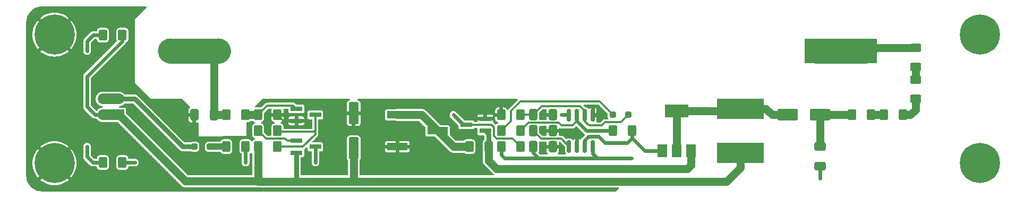
<source format=gbr>
G04 #@! TF.GenerationSoftware,KiCad,Pcbnew,7.0.10-7.0.10~ubuntu22.04.1*
G04 #@! TF.CreationDate,2024-01-07T20:53:06+01:00*
G04 #@! TF.ProjectId,Geiger Tube Driver,47656967-6572-4205-9475-626520447269,1.1*
G04 #@! TF.SameCoordinates,Original*
G04 #@! TF.FileFunction,Copper,L1,Top*
G04 #@! TF.FilePolarity,Positive*
%FSLAX46Y46*%
G04 Gerber Fmt 4.6, Leading zero omitted, Abs format (unit mm)*
G04 Created by KiCad (PCBNEW 7.0.10-7.0.10~ubuntu22.04.1) date 2024-01-07 20:53:06*
%MOMM*%
%LPD*%
G01*
G04 APERTURE LIST*
G04 Aperture macros list*
%AMRoundRect*
0 Rectangle with rounded corners*
0 $1 Rounding radius*
0 $2 $3 $4 $5 $6 $7 $8 $9 X,Y pos of 4 corners*
0 Add a 4 corners polygon primitive as box body*
4,1,4,$2,$3,$4,$5,$6,$7,$8,$9,$2,$3,0*
0 Add four circle primitives for the rounded corners*
1,1,$1+$1,$2,$3*
1,1,$1+$1,$4,$5*
1,1,$1+$1,$6,$7*
1,1,$1+$1,$8,$9*
0 Add four rect primitives between the rounded corners*
20,1,$1+$1,$2,$3,$4,$5,0*
20,1,$1+$1,$4,$5,$6,$7,0*
20,1,$1+$1,$6,$7,$8,$9,0*
20,1,$1+$1,$8,$9,$2,$3,0*%
G04 Aperture macros list end*
G04 #@! TA.AperFunction,ComponentPad*
%ADD10C,1.000000*%
G04 #@! TD*
G04 #@! TA.AperFunction,ComponentPad*
%ADD11C,6.400000*%
G04 #@! TD*
G04 #@! TA.AperFunction,SMDPad,CuDef*
%ADD12RoundRect,0.250000X-0.250000X-0.250000X0.250000X-0.250000X0.250000X0.250000X-0.250000X0.250000X0*%
G04 #@! TD*
G04 #@! TA.AperFunction,SMDPad,CuDef*
%ADD13RoundRect,0.250000X0.400000X0.625000X-0.400000X0.625000X-0.400000X-0.625000X0.400000X-0.625000X0*%
G04 #@! TD*
G04 #@! TA.AperFunction,SMDPad,CuDef*
%ADD14RoundRect,0.150000X-0.150000X0.825000X-0.150000X-0.825000X0.150000X-0.825000X0.150000X0.825000X0*%
G04 #@! TD*
G04 #@! TA.AperFunction,SMDPad,CuDef*
%ADD15RoundRect,0.250000X-0.400000X-0.625000X0.400000X-0.625000X0.400000X0.625000X-0.400000X0.625000X0*%
G04 #@! TD*
G04 #@! TA.AperFunction,SMDPad,CuDef*
%ADD16R,1.900000X0.800000*%
G04 #@! TD*
G04 #@! TA.AperFunction,SMDPad,CuDef*
%ADD17RoundRect,0.250000X0.625000X-0.400000X0.625000X0.400000X-0.625000X0.400000X-0.625000X-0.400000X0*%
G04 #@! TD*
G04 #@! TA.AperFunction,SMDPad,CuDef*
%ADD18RoundRect,0.250000X-0.650000X0.412500X-0.650000X-0.412500X0.650000X-0.412500X0.650000X0.412500X0*%
G04 #@! TD*
G04 #@! TA.AperFunction,ComponentPad*
%ADD19R,1.700000X1.700000*%
G04 #@! TD*
G04 #@! TA.AperFunction,ComponentPad*
%ADD20O,1.700000X1.700000*%
G04 #@! TD*
G04 #@! TA.AperFunction,SMDPad,CuDef*
%ADD21RoundRect,0.250000X-0.412500X-0.650000X0.412500X-0.650000X0.412500X0.650000X-0.412500X0.650000X0*%
G04 #@! TD*
G04 #@! TA.AperFunction,SMDPad,CuDef*
%ADD22RoundRect,0.250000X1.400000X0.650000X-1.400000X0.650000X-1.400000X-0.650000X1.400000X-0.650000X0*%
G04 #@! TD*
G04 #@! TA.AperFunction,SMDPad,CuDef*
%ADD23RoundRect,0.250000X1.399995X0.650000X-1.399995X0.650000X-1.399995X-0.650000X1.399995X-0.650000X0*%
G04 #@! TD*
G04 #@! TA.AperFunction,SMDPad,CuDef*
%ADD24R,1.500000X2.000000*%
G04 #@! TD*
G04 #@! TA.AperFunction,SMDPad,CuDef*
%ADD25R,3.800000X2.000000*%
G04 #@! TD*
G04 #@! TA.AperFunction,SMDPad,CuDef*
%ADD26R,3.300000X1.190000*%
G04 #@! TD*
G04 #@! TA.AperFunction,SMDPad,CuDef*
%ADD27RoundRect,0.250000X0.250000X0.250000X-0.250000X0.250000X-0.250000X-0.250000X0.250000X-0.250000X0*%
G04 #@! TD*
G04 #@! TA.AperFunction,SMDPad,CuDef*
%ADD28RoundRect,0.250000X0.412500X0.650000X-0.412500X0.650000X-0.412500X-0.650000X0.412500X-0.650000X0*%
G04 #@! TD*
G04 #@! TA.AperFunction,SMDPad,CuDef*
%ADD29RoundRect,0.250000X0.550000X-1.500000X0.550000X1.500000X-0.550000X1.500000X-0.550000X-1.500000X0*%
G04 #@! TD*
G04 #@! TA.AperFunction,SMDPad,CuDef*
%ADD30R,7.500000X3.180000*%
G04 #@! TD*
G04 #@! TA.AperFunction,ComponentPad*
%ADD31R,4.000000X4.000000*%
G04 #@! TD*
G04 #@! TA.AperFunction,ComponentPad*
%ADD32C,4.000000*%
G04 #@! TD*
G04 #@! TA.AperFunction,ViaPad*
%ADD33C,0.500000*%
G04 #@! TD*
G04 #@! TA.AperFunction,Conductor*
%ADD34C,0.350000*%
G04 #@! TD*
G04 #@! TA.AperFunction,Conductor*
%ADD35C,0.600000*%
G04 #@! TD*
G04 #@! TA.AperFunction,Conductor*
%ADD36C,2.500000*%
G04 #@! TD*
G04 #@! TA.AperFunction,Conductor*
%ADD37C,1.300000*%
G04 #@! TD*
G04 #@! TA.AperFunction,Conductor*
%ADD38C,1.700000*%
G04 #@! TD*
G04 #@! TA.AperFunction,Conductor*
%ADD39C,0.800000*%
G04 #@! TD*
G04 #@! TA.AperFunction,Conductor*
%ADD40C,4.000000*%
G04 #@! TD*
G04 #@! TA.AperFunction,Conductor*
%ADD41C,1.000000*%
G04 #@! TD*
G04 APERTURE END LIST*
D10*
X72600000Y-114500000D03*
X73302944Y-112802944D03*
X73302944Y-116197056D03*
X75000000Y-112100000D03*
D11*
X75000000Y-114500000D03*
D10*
X75000000Y-116900000D03*
X76697056Y-112802944D03*
X76697056Y-116197056D03*
X77400000Y-114500000D03*
D12*
X97290000Y-111870000D03*
X99790000Y-111870000D03*
D13*
X110550000Y-109330000D03*
X107450000Y-109330000D03*
D14*
X160815000Y-106855000D03*
X159545000Y-106855000D03*
X158275000Y-106855000D03*
X157005000Y-106855000D03*
X157005000Y-111805000D03*
X158275000Y-111805000D03*
X159545000Y-111805000D03*
X160815000Y-111805000D03*
D15*
X207170000Y-106790000D03*
X210270000Y-106790000D03*
D16*
X143670000Y-109330000D03*
X143670000Y-107430000D03*
X140670000Y-108380000D03*
D17*
X212250000Y-104250000D03*
X212250000Y-101150000D03*
X212250000Y-99170000D03*
X212250000Y-96070000D03*
D18*
X197010000Y-111870000D03*
X197010000Y-114995000D03*
D15*
X163990000Y-109330000D03*
X167090000Y-109330000D03*
D10*
X72600000Y-94000000D03*
X73302944Y-92302944D03*
X73302944Y-95697056D03*
X75000000Y-91600000D03*
D11*
X75000000Y-94000000D03*
D10*
X75000000Y-96400000D03*
X76697056Y-92302944D03*
X76697056Y-95697056D03*
X77400000Y-94000000D03*
D19*
X85250000Y-106790000D03*
D20*
X82710000Y-106790000D03*
X85250000Y-104250000D03*
X82710000Y-104250000D03*
X85250000Y-101710000D03*
X82710000Y-101710000D03*
D21*
X151290000Y-106790000D03*
X154415000Y-106790000D03*
D22*
X197070000Y-106790000D03*
D23*
X191870005Y-106790000D03*
D15*
X107450000Y-111870000D03*
X110550000Y-111870000D03*
D21*
X151290000Y-111870000D03*
X154415000Y-111870000D03*
D15*
X107450000Y-106790000D03*
X110550000Y-106790000D03*
D21*
X151290000Y-109330000D03*
X154415000Y-109330000D03*
D13*
X144230000Y-111870000D03*
X141130000Y-111870000D03*
D24*
X171850000Y-112480000D03*
X174150000Y-112480000D03*
D25*
X174150000Y-106180000D03*
D24*
X176450000Y-112480000D03*
D13*
X149310000Y-109330000D03*
X146210000Y-109330000D03*
D26*
X129650000Y-106790000D03*
X136050000Y-109330000D03*
X129650000Y-111870000D03*
D13*
X85810000Y-94090000D03*
X82710000Y-94090000D03*
X105470000Y-111870000D03*
X102370000Y-111870000D03*
D15*
X146210000Y-111870000D03*
X149310000Y-111870000D03*
D13*
X85810000Y-114410000D03*
X82710000Y-114410000D03*
D15*
X102370000Y-106790000D03*
X105470000Y-106790000D03*
D16*
X113570000Y-105840000D03*
X113570000Y-107740000D03*
X116570000Y-106790000D03*
D27*
X166490000Y-106790000D03*
X163990000Y-106790000D03*
D28*
X100415000Y-106790000D03*
X97290000Y-106790000D03*
D29*
X122690000Y-112130000D03*
X122690000Y-106530000D03*
D16*
X113570000Y-110920000D03*
X113570000Y-112820000D03*
X116570000Y-111870000D03*
D10*
X220100000Y-114500000D03*
X220802944Y-112802944D03*
X220802944Y-116197056D03*
X222500000Y-112100000D03*
D11*
X222500000Y-114500000D03*
D10*
X222500000Y-116900000D03*
X224197056Y-112802944D03*
X224197056Y-116197056D03*
X224900000Y-114500000D03*
D13*
X149310000Y-106790000D03*
X146210000Y-106790000D03*
D15*
X202090000Y-106790000D03*
X205190000Y-106790000D03*
D30*
X184310000Y-112820000D03*
X184310000Y-105840000D03*
D10*
X220100000Y-94000000D03*
X220802944Y-92302944D03*
X220802944Y-95697056D03*
X222500000Y-91600000D03*
D11*
X222500000Y-94000000D03*
D10*
X222500000Y-96400000D03*
X224197056Y-92302944D03*
X224197056Y-95697056D03*
X224900000Y-94000000D03*
D31*
X204150000Y-96630000D03*
X196530000Y-96630000D03*
D32*
X101150000Y-96630000D03*
X93530000Y-96630000D03*
D33*
X87790000Y-116950000D03*
X118270000Y-109330000D03*
X120810000Y-114410000D03*
X80170000Y-91550000D03*
X109030000Y-106790000D03*
X80170000Y-116950000D03*
X130970000Y-109330000D03*
X138590000Y-114410000D03*
X118270000Y-106790000D03*
X130970000Y-114410000D03*
X120810000Y-106790000D03*
X136050000Y-114410000D03*
X72550000Y-104250000D03*
X133510000Y-111870000D03*
X162210000Y-106790000D03*
X113570000Y-108550000D03*
X75090000Y-101710000D03*
X92870000Y-106790000D03*
X72550000Y-106790000D03*
X128430000Y-114410000D03*
X95410000Y-106790000D03*
X85250000Y-116950000D03*
X125890000Y-114410000D03*
X125890000Y-106790000D03*
X152870000Y-109330000D03*
X82710000Y-116950000D03*
X120810000Y-109330000D03*
X152852500Y-106790000D03*
X95410000Y-109330000D03*
X92870000Y-116950000D03*
X125890000Y-109330000D03*
X90330000Y-116950000D03*
X152852500Y-111870000D03*
X118270000Y-114410000D03*
X75090000Y-106790000D03*
X85250000Y-91550000D03*
X118270000Y-111870000D03*
X133510000Y-114410000D03*
X72550000Y-101710000D03*
X197010000Y-116950000D03*
X128430000Y-109330000D03*
X125890000Y-111870000D03*
X82710000Y-91550000D03*
X155800000Y-109330000D03*
X141130000Y-114410000D03*
X75090000Y-104250000D03*
X120810000Y-111870000D03*
X172546901Y-117390636D03*
X171046901Y-117390636D03*
X164010000Y-113721141D03*
X162510000Y-113721141D03*
X165510000Y-113721141D03*
X167010000Y-113721141D03*
X174046901Y-117390636D03*
X169546901Y-117390636D03*
X80170000Y-111870000D03*
X80170000Y-96630000D03*
X155810000Y-106790000D03*
X138590000Y-106790000D03*
X87790000Y-114410000D03*
X105470000Y-114410000D03*
X116570000Y-114410000D03*
D34*
X165308121Y-107971879D02*
X162732676Y-107971879D01*
X162732676Y-107971879D02*
X162240758Y-108463797D01*
X160190037Y-108463797D02*
X159545000Y-107818760D01*
X159545000Y-107818760D02*
X159545000Y-106855000D01*
X159545000Y-106179427D02*
X159545000Y-106855000D01*
X166490000Y-106790000D02*
X165308121Y-107971879D01*
X162240758Y-108463797D02*
X160190037Y-108463797D01*
X152680025Y-105399975D02*
X158765548Y-105399975D01*
X158765548Y-105399975D02*
X159545000Y-106179427D01*
X151290000Y-106790000D02*
X152680025Y-105399975D01*
X151290000Y-106790000D02*
X149310000Y-106790000D01*
D35*
X154415000Y-109330000D02*
X155799631Y-109330000D01*
X157391144Y-109330000D02*
X158292694Y-110231550D01*
X158292694Y-110231550D02*
X158292694Y-111787306D01*
X155799631Y-109330000D02*
X157391144Y-109330000D01*
X162210000Y-106790000D02*
X160880000Y-106790000D01*
X197010000Y-114995000D02*
X197010000Y-116950000D01*
D36*
X82710000Y-101710000D02*
X85250000Y-101710000D01*
D34*
X111500000Y-107740000D02*
X113570000Y-107740000D01*
X160880000Y-106790000D02*
X160815000Y-106855000D01*
D35*
X158292694Y-111787306D02*
X158275000Y-111805000D01*
D34*
X110550000Y-106790000D02*
X109030000Y-106790000D01*
D35*
X154415000Y-109330000D02*
X152870000Y-109330000D01*
D34*
X113570000Y-108550000D02*
X113570000Y-107740000D01*
D35*
X154415000Y-111870000D02*
X152852500Y-111870000D01*
D34*
X110549999Y-106789999D02*
X111500000Y-107740000D01*
D35*
X154415000Y-106790000D02*
X152852500Y-106790000D01*
D34*
X155789430Y-110589430D02*
X157005000Y-111805000D01*
X151290000Y-109330000D02*
X152549430Y-110589430D01*
X152549430Y-110589430D02*
X155789430Y-110589430D01*
D37*
X184310000Y-112820000D02*
X184310000Y-115238687D01*
X122690000Y-112130000D02*
X122690000Y-117341735D01*
D38*
X82710000Y-106790000D02*
X85250000Y-106790000D01*
D37*
X113190000Y-117386608D02*
X107454948Y-117386608D01*
X107450000Y-111870000D02*
X107450000Y-117381660D01*
D35*
X146766850Y-113721141D02*
X153830000Y-113721141D01*
D37*
X122734873Y-117386608D02*
X113190000Y-117386608D01*
D35*
X85810000Y-95037989D02*
X80170000Y-100677989D01*
X146210000Y-113164291D02*
X146766850Y-113721141D01*
X162515801Y-113721141D02*
X153830000Y-113721141D01*
D39*
X113570000Y-112820000D02*
X113570000Y-117006608D01*
D35*
X164010000Y-113721141D02*
X165510000Y-113721141D01*
X160815000Y-111805000D02*
X160815000Y-113012952D01*
X165510000Y-113721141D02*
X167010000Y-113721141D01*
X160815000Y-113012952D02*
X161523189Y-113721141D01*
X81459666Y-106790000D02*
X82710000Y-106790000D01*
D34*
X113570000Y-117006608D02*
X113190000Y-117386608D01*
D35*
X80170000Y-105500334D02*
X81459666Y-106790000D01*
D34*
X107450000Y-117381660D02*
X107454948Y-117386608D01*
D35*
X162510000Y-113721141D02*
X164010000Y-113721141D01*
X85810000Y-94090000D02*
X85810000Y-95037989D01*
D37*
X107450000Y-117381660D02*
X95841660Y-117381660D01*
D35*
X152157367Y-113721141D02*
X153830000Y-113721141D01*
D34*
X122690000Y-117341735D02*
X122734873Y-117386608D01*
D35*
X151290000Y-111870000D02*
X151290000Y-112853774D01*
X146210000Y-111870000D02*
X146210000Y-113164291D01*
D37*
X95841660Y-117381660D02*
X85250000Y-106790000D01*
D35*
X80170000Y-100677989D02*
X80170000Y-105500334D01*
D37*
X182162079Y-117386608D02*
X122734873Y-117386608D01*
D35*
X151290000Y-112853774D02*
X152157367Y-113721141D01*
D37*
X184310000Y-115238687D02*
X182162079Y-117386608D01*
X197010000Y-111870000D02*
X197010000Y-106850000D01*
X197070000Y-106790000D02*
X202090000Y-106790000D01*
D34*
X197010000Y-106850000D02*
X197070000Y-106790000D01*
D37*
X100415000Y-96705000D02*
X100490000Y-96630000D01*
D40*
X93530000Y-96630000D02*
X101150000Y-96630000D01*
D37*
X100415000Y-106790000D02*
X102370000Y-106790000D01*
X100415000Y-106790000D02*
X100415000Y-97365000D01*
X100415000Y-97365000D02*
X101150000Y-96630000D01*
D34*
X161870436Y-104670436D02*
X149281564Y-104670436D01*
X149281564Y-104670436D02*
X147753445Y-106198555D01*
X147753445Y-107786555D02*
X146210000Y-109330000D01*
X147753445Y-106198555D02*
X147753445Y-107786555D01*
X163990000Y-106790000D02*
X161870436Y-104670436D01*
D37*
X174150000Y-112480000D02*
X174150000Y-106180000D01*
X188440000Y-105840000D02*
X189390000Y-106790000D01*
X184310000Y-105840000D02*
X188440000Y-105840000D01*
X174150000Y-106180000D02*
X183970000Y-106180000D01*
X189390000Y-106790000D02*
X191870005Y-106790000D01*
D34*
X183970000Y-106180000D02*
X184310000Y-105840000D01*
D39*
X95410000Y-111870000D02*
X87790000Y-104250000D01*
X97290000Y-111870000D02*
X95410000Y-111870000D01*
X87790000Y-104250000D02*
X85250000Y-104250000D01*
D38*
X82710000Y-104250000D02*
X85250000Y-104250000D01*
D41*
X102370000Y-111870000D02*
X99790000Y-111870000D01*
D35*
X80170000Y-113464179D02*
X81115821Y-114410000D01*
X81115821Y-114410000D02*
X82710000Y-114410000D01*
X80170000Y-111870000D02*
X80170000Y-113464179D01*
X80170000Y-96630000D02*
X80170000Y-95063381D01*
X80170000Y-95063381D02*
X81143381Y-94090000D01*
X81143381Y-94090000D02*
X82710000Y-94090000D01*
D34*
X204710000Y-96070000D02*
X204150000Y-96630000D01*
D40*
X204150000Y-96630000D02*
X196530000Y-96630000D01*
D34*
X204045832Y-96074168D02*
X203490000Y-96630000D01*
D37*
X212250000Y-96070000D02*
X204710000Y-96070000D01*
X144230000Y-114151179D02*
X145441335Y-115362514D01*
X175867486Y-115362514D02*
X176450000Y-114780000D01*
D39*
X144230000Y-111870000D02*
X144230000Y-109890000D01*
D37*
X144230000Y-111870000D02*
X144230000Y-114151179D01*
D39*
X144230000Y-109890000D02*
X143670000Y-109330000D01*
D37*
X176450000Y-114780000D02*
X176450000Y-112480000D01*
X145441335Y-115362514D02*
X175867486Y-115362514D01*
D35*
X138590000Y-106790000D02*
X140180000Y-108380000D01*
X155810000Y-106790000D02*
X156940000Y-106790000D01*
D34*
X156940000Y-106790000D02*
X157005000Y-106855000D01*
D35*
X140180000Y-108380000D02*
X140670000Y-108380000D01*
D34*
X149310000Y-111870000D02*
X148039530Y-110599530D01*
X148039530Y-110599530D02*
X145510838Y-110599530D01*
X144674000Y-108380000D02*
X140670000Y-108380000D01*
X145510838Y-110599530D02*
X145087661Y-110176353D01*
X145087661Y-108793661D02*
X144674000Y-108380000D01*
X145087661Y-110176353D02*
X145087661Y-108793661D01*
D37*
X105470000Y-106790000D02*
X107450000Y-106790000D01*
D34*
X108914253Y-105325747D02*
X113055747Y-105325747D01*
X107450000Y-106790000D02*
X108914253Y-105325747D01*
X113055747Y-105325747D02*
X113570000Y-105840000D01*
X116391000Y-109509000D02*
X116570000Y-109330000D01*
X114574000Y-111870000D02*
X116570000Y-109874000D01*
X110550000Y-111870000D02*
X114574000Y-111870000D01*
X110550000Y-109330000D02*
X110729000Y-109509000D01*
X116570000Y-109874000D02*
X116570000Y-109330000D01*
X116570000Y-109330000D02*
X116570000Y-106790000D01*
X110729000Y-109509000D02*
X116391000Y-109509000D01*
X110550000Y-109330000D02*
X110961504Y-109741504D01*
X112130200Y-110920000D02*
X111799936Y-110589736D01*
X111799936Y-110589736D02*
X108709736Y-110589736D01*
X108709736Y-110589736D02*
X107450000Y-109330000D01*
X113570000Y-110920000D02*
X112130200Y-110920000D01*
D35*
X105470000Y-111870000D02*
X105470000Y-114410000D01*
X85810000Y-114410000D02*
X87790000Y-114410000D01*
X116570000Y-114410000D02*
X116570000Y-111870000D01*
D34*
X155790431Y-108492845D02*
X157593532Y-108492845D01*
X155352516Y-108054930D02*
X155790431Y-108492845D01*
X150585070Y-108054930D02*
X155352516Y-108054930D01*
X157593532Y-108492845D02*
X158275000Y-107811377D01*
D35*
X159793623Y-109330000D02*
X158275000Y-107811377D01*
X158275000Y-107811377D02*
X158275000Y-106855000D01*
X163990000Y-109330000D02*
X159793623Y-109330000D01*
D34*
X149310000Y-109330000D02*
X150585070Y-108054930D01*
D37*
X136050000Y-109330000D02*
X138590000Y-111870000D01*
X138590000Y-111870000D02*
X141130000Y-111870000D01*
X129650000Y-106790000D02*
X133510000Y-106790000D01*
X133510000Y-106790000D02*
X136050000Y-109330000D01*
X205190000Y-106790000D02*
X207170000Y-106790000D01*
X212250000Y-105976709D02*
X211436709Y-106790000D01*
X211436709Y-106790000D02*
X210270000Y-106790000D01*
X212250000Y-104250000D02*
X212250000Y-105976709D01*
X212250000Y-101150000D02*
X212250000Y-99170000D01*
D35*
X160155792Y-110215217D02*
X161692108Y-110215217D01*
X159545000Y-111460775D02*
X159545000Y-110826009D01*
X162731651Y-111254760D02*
X166282656Y-111254760D01*
X159545000Y-110826009D02*
X160155792Y-110215217D01*
X167090000Y-110447416D02*
X167090000Y-109330000D01*
X166282656Y-111254760D02*
X167090000Y-110447416D01*
X167090000Y-110447416D02*
X169122584Y-112480000D01*
X169122584Y-112480000D02*
X171850000Y-112480000D01*
D34*
X159545000Y-111805000D02*
X159545000Y-111460775D01*
D35*
X161692108Y-110215217D02*
X162731651Y-111254760D01*
G04 #@! TA.AperFunction,Conductor*
G36*
X89607177Y-89520185D02*
G01*
X89652932Y-89572989D01*
X89662876Y-89642147D01*
X89633851Y-89705703D01*
X89627819Y-89712181D01*
X87790000Y-91549999D01*
X87790000Y-91550000D01*
X87790000Y-101710000D01*
X90330000Y-104250000D01*
X95358638Y-104250000D01*
X95425677Y-104269685D01*
X95446319Y-104286319D01*
X96624663Y-105464663D01*
X96658148Y-105525986D01*
X96653164Y-105595678D01*
X96611908Y-105651148D01*
X96484935Y-105747435D01*
X96393579Y-105867904D01*
X96338113Y-106008556D01*
X96327500Y-106096946D01*
X96327500Y-106490000D01*
X97466000Y-106490000D01*
X97533039Y-106509685D01*
X97578794Y-106562489D01*
X97590000Y-106614000D01*
X97590000Y-107990000D01*
X97745559Y-107990000D01*
X97811214Y-107982115D01*
X97880122Y-107993665D01*
X97931847Y-108040636D01*
X97950000Y-108105230D01*
X97950000Y-110194752D01*
X97950000Y-110194753D01*
X105567182Y-110185553D01*
X105568921Y-108089394D01*
X105588661Y-108022374D01*
X105641503Y-107976663D01*
X105692921Y-107965500D01*
X105913097Y-107965500D01*
X105913102Y-107965500D01*
X106001564Y-107954877D01*
X106142342Y-107899361D01*
X106262922Y-107807922D01*
X106276837Y-107789573D01*
X106333030Y-107748051D01*
X106375640Y-107740500D01*
X106544360Y-107740500D01*
X106611399Y-107760185D01*
X106643163Y-107789573D01*
X106657078Y-107807922D01*
X106777658Y-107899361D01*
X106777660Y-107899362D01*
X106892490Y-107944646D01*
X106947634Y-107987552D01*
X106970827Y-108053459D01*
X106954706Y-108121444D01*
X106904389Y-108169920D01*
X106892490Y-108175354D01*
X106777660Y-108220637D01*
X106777658Y-108220638D01*
X106657077Y-108312077D01*
X106565639Y-108432656D01*
X106510122Y-108573438D01*
X106504188Y-108622853D01*
X106499500Y-108661898D01*
X106499500Y-109998102D01*
X106503391Y-110030500D01*
X106510122Y-110086561D01*
X106510122Y-110086563D01*
X106510123Y-110086564D01*
X106521622Y-110115723D01*
X106565639Y-110227343D01*
X106657077Y-110347922D01*
X106777658Y-110439361D01*
X106777660Y-110439362D01*
X106892490Y-110484646D01*
X106947634Y-110527552D01*
X106970827Y-110593459D01*
X106954706Y-110661444D01*
X106904389Y-110709920D01*
X106892490Y-110715354D01*
X106777660Y-110760637D01*
X106777658Y-110760638D01*
X106657077Y-110852077D01*
X106560514Y-110979416D01*
X106558366Y-110977787D01*
X106518067Y-111017096D01*
X106449615Y-111031096D01*
X106384459Y-111005866D01*
X106360725Y-110978475D01*
X106359486Y-110979416D01*
X106262922Y-110852077D01*
X106142343Y-110760639D01*
X106001561Y-110705122D01*
X105955926Y-110699642D01*
X105913102Y-110694500D01*
X105026898Y-110694500D01*
X104987853Y-110699188D01*
X104938438Y-110705122D01*
X104797656Y-110760639D01*
X104677077Y-110852077D01*
X104585639Y-110972656D01*
X104530122Y-111113438D01*
X104527243Y-111137419D01*
X104519500Y-111201898D01*
X104519500Y-112538102D01*
X104523391Y-112570500D01*
X104530122Y-112626561D01*
X104530122Y-112626563D01*
X104530123Y-112626564D01*
X104539934Y-112651443D01*
X104585639Y-112767343D01*
X104677077Y-112887922D01*
X104790066Y-112973604D01*
X104797658Y-112979361D01*
X104797659Y-112979361D01*
X104805050Y-112983517D01*
X104803419Y-112986417D01*
X104846088Y-113019573D01*
X104869323Y-113085466D01*
X104869500Y-113092085D01*
X104869500Y-114449354D01*
X104869501Y-114449370D01*
X104884955Y-114566760D01*
X104884956Y-114566762D01*
X104938889Y-114696969D01*
X104945464Y-114712841D01*
X105041718Y-114838282D01*
X105167159Y-114934536D01*
X105313238Y-114995044D01*
X105391619Y-115005363D01*
X105469999Y-115015682D01*
X105470000Y-115015682D01*
X105470001Y-115015682D01*
X105522254Y-115008802D01*
X105626762Y-114995044D01*
X105772841Y-114934536D01*
X105898282Y-114838282D01*
X105994536Y-114712841D01*
X106055044Y-114566762D01*
X106070500Y-114449361D01*
X106070500Y-113092085D01*
X106090185Y-113025046D01*
X106135985Y-112985359D01*
X106134950Y-112983517D01*
X106142336Y-112979363D01*
X106142342Y-112979361D01*
X106229955Y-112912922D01*
X106262921Y-112887923D01*
X106276695Y-112869759D01*
X106332887Y-112828235D01*
X106402608Y-112823682D01*
X106463722Y-112857546D01*
X106496827Y-112919076D01*
X106499500Y-112944683D01*
X106499500Y-116307160D01*
X106479815Y-116374199D01*
X106427011Y-116419954D01*
X106375500Y-116431160D01*
X96286732Y-116431160D01*
X96219693Y-116411475D01*
X96199051Y-116394841D01*
X86436818Y-106632608D01*
X86403333Y-106571285D01*
X86400499Y-106544927D01*
X86400499Y-105895143D01*
X86400499Y-105895136D01*
X86400474Y-105894920D01*
X86397586Y-105870012D01*
X86397585Y-105870010D01*
X86397585Y-105870009D01*
X86352206Y-105767235D01*
X86272765Y-105687794D01*
X86257557Y-105681079D01*
X86169992Y-105642415D01*
X86144868Y-105639500D01*
X86144865Y-105639500D01*
X85416247Y-105639500D01*
X85349208Y-105619815D01*
X85303453Y-105567011D01*
X85293509Y-105497853D01*
X85322534Y-105434297D01*
X85381312Y-105396523D01*
X85393455Y-105393613D01*
X85403477Y-105391739D01*
X85414822Y-105390156D01*
X85462310Y-105385756D01*
X85508179Y-105372703D01*
X85519331Y-105370081D01*
X85566198Y-105361321D01*
X85610673Y-105344090D01*
X85621521Y-105340455D01*
X85667389Y-105327405D01*
X85710079Y-105306147D01*
X85720533Y-105301530D01*
X85765019Y-105284298D01*
X85805563Y-105259193D01*
X85815556Y-105253626D01*
X85858255Y-105232366D01*
X85896325Y-105203615D01*
X85905743Y-105197164D01*
X85946302Y-105172052D01*
X85981559Y-105139909D01*
X85990351Y-105132610D01*
X86028407Y-105103872D01*
X86060547Y-105068615D01*
X86068615Y-105060547D01*
X86103872Y-105028407D01*
X86125494Y-104999773D01*
X86181603Y-104958138D01*
X86224449Y-104950500D01*
X87448481Y-104950500D01*
X87515520Y-104970185D01*
X87536162Y-104986819D01*
X94897058Y-112347715D01*
X94902178Y-112353153D01*
X94942071Y-112398183D01*
X94970765Y-112417989D01*
X94991569Y-112432349D01*
X94997601Y-112436788D01*
X95044938Y-112473874D01*
X95044943Y-112473877D01*
X95054174Y-112478031D01*
X95073727Y-112489059D01*
X95082070Y-112494818D01*
X95138322Y-112516151D01*
X95145228Y-112519012D01*
X95200063Y-112543692D01*
X95200064Y-112543692D01*
X95200068Y-112543694D01*
X95210030Y-112545519D01*
X95231651Y-112551546D01*
X95241125Y-112555139D01*
X95241128Y-112555140D01*
X95285234Y-112560495D01*
X95300830Y-112562389D01*
X95308235Y-112563516D01*
X95329400Y-112567394D01*
X95367394Y-112574357D01*
X95427423Y-112570726D01*
X95434910Y-112570500D01*
X96681307Y-112570500D01*
X96748346Y-112590185D01*
X96756225Y-112595691D01*
X96767658Y-112604361D01*
X96908436Y-112659877D01*
X96996898Y-112670500D01*
X96996903Y-112670500D01*
X97583097Y-112670500D01*
X97583102Y-112670500D01*
X97671564Y-112659877D01*
X97812342Y-112604361D01*
X97932922Y-112512922D01*
X98024361Y-112392342D01*
X98079877Y-112251564D01*
X98090500Y-112163102D01*
X98090500Y-111870001D01*
X98984435Y-111870001D01*
X98988720Y-111908029D01*
X98989500Y-111921914D01*
X98989500Y-112163102D01*
X98992081Y-112184591D01*
X99000122Y-112251561D01*
X99055639Y-112392343D01*
X99147077Y-112512922D01*
X99267656Y-112604360D01*
X99267657Y-112604360D01*
X99267658Y-112604361D01*
X99408436Y-112659877D01*
X99496898Y-112670500D01*
X99745046Y-112670500D01*
X101363055Y-112670500D01*
X101430094Y-112690185D01*
X101475849Y-112742989D01*
X101478410Y-112749010D01*
X101485639Y-112767343D01*
X101577077Y-112887922D01*
X101697656Y-112979360D01*
X101697657Y-112979360D01*
X101697658Y-112979361D01*
X101838436Y-113034877D01*
X101926898Y-113045500D01*
X101926903Y-113045500D01*
X102813097Y-113045500D01*
X102813102Y-113045500D01*
X102901564Y-113034877D01*
X103042342Y-112979361D01*
X103162922Y-112887922D01*
X103254361Y-112767342D01*
X103309877Y-112626564D01*
X103320500Y-112538102D01*
X103320500Y-111201898D01*
X103309877Y-111113436D01*
X103254361Y-110972658D01*
X103254360Y-110972657D01*
X103254360Y-110972656D01*
X103162922Y-110852077D01*
X103042343Y-110760639D01*
X102901561Y-110705122D01*
X102855926Y-110699642D01*
X102813102Y-110694500D01*
X101926898Y-110694500D01*
X101887853Y-110699188D01*
X101838438Y-110705122D01*
X101697656Y-110760639D01*
X101577077Y-110852077D01*
X101485639Y-110972656D01*
X101478410Y-110990990D01*
X101435504Y-111046134D01*
X101369596Y-111069327D01*
X101363055Y-111069500D01*
X100083102Y-111069500D01*
X99496898Y-111069500D01*
X99457853Y-111074188D01*
X99408438Y-111080122D01*
X99267656Y-111135639D01*
X99147077Y-111227077D01*
X99055639Y-111347656D01*
X99000122Y-111488438D01*
X98994188Y-111537853D01*
X98989500Y-111576898D01*
X98989500Y-111576903D01*
X98989500Y-111818085D01*
X98988720Y-111831969D01*
X98984435Y-111869998D01*
X98984435Y-111870001D01*
X98090500Y-111870001D01*
X98090500Y-111576898D01*
X98079877Y-111488436D01*
X98024361Y-111347658D01*
X98024360Y-111347657D01*
X98024360Y-111347656D01*
X97932922Y-111227077D01*
X97812343Y-111135639D01*
X97714389Y-111097011D01*
X97671564Y-111080123D01*
X97671563Y-111080122D01*
X97671561Y-111080122D01*
X97625926Y-111074642D01*
X97583102Y-111069500D01*
X96996898Y-111069500D01*
X96957853Y-111074188D01*
X96908438Y-111080122D01*
X96802520Y-111121891D01*
X96767658Y-111135639D01*
X96756233Y-111144302D01*
X96690924Y-111169127D01*
X96681307Y-111169500D01*
X95751519Y-111169500D01*
X95684480Y-111149815D01*
X95663838Y-111133181D01*
X91620657Y-107090000D01*
X96327500Y-107090000D01*
X96327500Y-107483053D01*
X96338113Y-107571443D01*
X96393579Y-107712095D01*
X96484935Y-107832564D01*
X96605404Y-107923920D01*
X96746056Y-107979386D01*
X96834446Y-107990000D01*
X96990000Y-107990000D01*
X96990000Y-107090000D01*
X96327500Y-107090000D01*
X91620657Y-107090000D01*
X88302940Y-103772283D01*
X88297805Y-103766828D01*
X88257929Y-103721816D01*
X88257924Y-103721812D01*
X88208438Y-103687655D01*
X88202403Y-103683215D01*
X88155060Y-103646124D01*
X88155055Y-103646120D01*
X88145813Y-103641961D01*
X88126266Y-103630936D01*
X88117931Y-103625183D01*
X88117932Y-103625183D01*
X88117930Y-103625182D01*
X88061694Y-103603854D01*
X88054790Y-103600994D01*
X87999932Y-103576305D01*
X87999930Y-103576304D01*
X87989946Y-103574474D01*
X87968343Y-103568451D01*
X87958874Y-103564860D01*
X87958871Y-103564859D01*
X87899171Y-103557610D01*
X87891770Y-103556483D01*
X87832609Y-103545642D01*
X87832603Y-103545642D01*
X87772567Y-103549274D01*
X87765079Y-103549500D01*
X86224450Y-103549500D01*
X86157411Y-103529815D01*
X86125497Y-103500228D01*
X86103873Y-103471594D01*
X86068629Y-103439464D01*
X86060534Y-103431369D01*
X86028404Y-103396125D01*
X86006948Y-103379922D01*
X85990343Y-103367383D01*
X85981541Y-103360073D01*
X85946302Y-103327948D01*
X85946301Y-103327947D01*
X85905755Y-103302841D01*
X85896308Y-103296370D01*
X85858253Y-103267632D01*
X85815574Y-103246381D01*
X85805569Y-103240809D01*
X85765019Y-103215702D01*
X85720549Y-103198474D01*
X85710081Y-103193852D01*
X85667393Y-103172597D01*
X85667389Y-103172595D01*
X85621524Y-103159545D01*
X85610670Y-103155907D01*
X85566198Y-103138679D01*
X85566193Y-103138678D01*
X85519321Y-103129915D01*
X85508175Y-103127294D01*
X85508171Y-103127293D01*
X85499121Y-103124718D01*
X85462307Y-103114243D01*
X85414817Y-103109842D01*
X85403479Y-103108260D01*
X85368029Y-103101634D01*
X85305747Y-103069968D01*
X85270473Y-103009656D01*
X85273405Y-102939848D01*
X85313613Y-102882707D01*
X85368026Y-102857856D01*
X85566058Y-102820837D01*
X85566063Y-102820836D01*
X85764789Y-102743850D01*
X85764798Y-102743846D01*
X85945997Y-102631653D01*
X85945999Y-102631651D01*
X86103499Y-102488071D01*
X86231938Y-102317991D01*
X86326932Y-102127218D01*
X86326937Y-102127205D01*
X86360286Y-102010000D01*
X85651554Y-102010000D01*
X85709493Y-101919844D01*
X85750000Y-101781889D01*
X85750000Y-101638111D01*
X85709493Y-101500156D01*
X85651554Y-101410000D01*
X86360286Y-101410000D01*
X86360286Y-101409999D01*
X86326937Y-101292794D01*
X86326932Y-101292781D01*
X86231938Y-101102008D01*
X86103499Y-100931928D01*
X85945999Y-100788348D01*
X85945997Y-100788346D01*
X85764798Y-100676153D01*
X85764792Y-100676151D01*
X85566060Y-100599162D01*
X85550000Y-100596159D01*
X85550000Y-101308356D01*
X85523100Y-101285048D01*
X85392315Y-101225320D01*
X85285763Y-101210000D01*
X85214237Y-101210000D01*
X85107685Y-101225320D01*
X84976900Y-101285048D01*
X84950000Y-101308356D01*
X84950000Y-100596159D01*
X84933939Y-100599162D01*
X84735207Y-100676151D01*
X84735201Y-100676153D01*
X84554002Y-100788346D01*
X84554000Y-100788348D01*
X84396500Y-100931928D01*
X84268061Y-101102008D01*
X84173067Y-101292781D01*
X84173062Y-101292794D01*
X84139713Y-101409999D01*
X84139714Y-101410000D01*
X84848446Y-101410000D01*
X84790507Y-101500156D01*
X84750000Y-101638111D01*
X84750000Y-101781889D01*
X84790507Y-101919844D01*
X84848446Y-102010000D01*
X84139714Y-102010000D01*
X84173062Y-102127205D01*
X84173067Y-102127218D01*
X84268061Y-102317991D01*
X84396500Y-102488071D01*
X84554000Y-102631651D01*
X84554002Y-102631653D01*
X84735201Y-102743846D01*
X84735210Y-102743850D01*
X84933936Y-102820836D01*
X84933941Y-102820837D01*
X85109261Y-102853611D01*
X85171542Y-102885279D01*
X85206815Y-102945592D01*
X85203881Y-103015400D01*
X85163672Y-103072540D01*
X85098954Y-103098871D01*
X85086476Y-103099500D01*
X82873524Y-103099500D01*
X82806485Y-103079815D01*
X82760730Y-103027011D01*
X82750786Y-102957853D01*
X82779811Y-102894297D01*
X82838589Y-102856523D01*
X82850739Y-102853611D01*
X83026058Y-102820837D01*
X83026063Y-102820836D01*
X83224789Y-102743850D01*
X83224798Y-102743846D01*
X83405997Y-102631653D01*
X83405999Y-102631651D01*
X83563499Y-102488071D01*
X83691938Y-102317991D01*
X83786932Y-102127218D01*
X83786937Y-102127205D01*
X83820286Y-102010000D01*
X83111554Y-102010000D01*
X83169493Y-101919844D01*
X83210000Y-101781889D01*
X83210000Y-101638111D01*
X83169493Y-101500156D01*
X83111554Y-101410000D01*
X83820286Y-101410000D01*
X83820286Y-101409999D01*
X83786937Y-101292794D01*
X83786932Y-101292781D01*
X83691938Y-101102008D01*
X83563499Y-100931928D01*
X83405999Y-100788348D01*
X83405997Y-100788346D01*
X83224798Y-100676153D01*
X83224792Y-100676151D01*
X83026060Y-100599162D01*
X83010000Y-100596159D01*
X83010000Y-101308356D01*
X82983100Y-101285048D01*
X82852315Y-101225320D01*
X82745763Y-101210000D01*
X82674237Y-101210000D01*
X82567685Y-101225320D01*
X82436900Y-101285048D01*
X82410000Y-101308356D01*
X82410000Y-100596159D01*
X82393939Y-100599162D01*
X82195207Y-100676151D01*
X82195201Y-100676153D01*
X82014002Y-100788346D01*
X82014000Y-100788348D01*
X81856500Y-100931928D01*
X81728061Y-101102008D01*
X81633067Y-101292781D01*
X81633062Y-101292794D01*
X81599713Y-101409999D01*
X81599714Y-101410000D01*
X82308446Y-101410000D01*
X82250507Y-101500156D01*
X82210000Y-101638111D01*
X82210000Y-101781889D01*
X82250507Y-101919844D01*
X82308446Y-102010000D01*
X81599714Y-102010000D01*
X81633062Y-102127205D01*
X81633067Y-102127218D01*
X81728061Y-102317991D01*
X81856500Y-102488071D01*
X82014000Y-102631651D01*
X82014002Y-102631653D01*
X82195201Y-102743846D01*
X82195210Y-102743850D01*
X82393936Y-102820836D01*
X82393941Y-102820837D01*
X82591972Y-102857856D01*
X82654253Y-102889524D01*
X82689526Y-102949836D01*
X82686592Y-103019645D01*
X82646383Y-103076785D01*
X82591969Y-103101634D01*
X82556519Y-103108260D01*
X82545182Y-103109842D01*
X82497690Y-103114244D01*
X82451827Y-103127293D01*
X82440683Y-103129914D01*
X82393805Y-103138678D01*
X82393798Y-103138680D01*
X82349331Y-103155906D01*
X82338478Y-103159543D01*
X82292616Y-103172593D01*
X82292606Y-103172597D01*
X82249925Y-103193849D01*
X82239456Y-103198471D01*
X82239443Y-103198477D01*
X82194977Y-103215703D01*
X82194976Y-103215704D01*
X82154428Y-103240809D01*
X82144427Y-103246379D01*
X82101758Y-103267626D01*
X82101742Y-103267636D01*
X82063683Y-103296375D01*
X82054241Y-103302843D01*
X82013699Y-103327947D01*
X81978457Y-103360073D01*
X81969653Y-103367383D01*
X81931594Y-103396126D01*
X81899464Y-103431370D01*
X81891370Y-103439464D01*
X81856126Y-103471594D01*
X81827383Y-103509653D01*
X81820073Y-103518457D01*
X81787947Y-103553699D01*
X81762843Y-103594241D01*
X81756375Y-103603683D01*
X81727636Y-103641742D01*
X81727626Y-103641758D01*
X81706379Y-103684427D01*
X81700809Y-103694428D01*
X81675704Y-103734976D01*
X81675703Y-103734977D01*
X81658474Y-103779451D01*
X81653849Y-103789925D01*
X81632597Y-103832606D01*
X81632593Y-103832616D01*
X81619543Y-103878478D01*
X81615906Y-103889331D01*
X81598680Y-103933798D01*
X81598678Y-103933805D01*
X81589914Y-103980683D01*
X81587293Y-103991827D01*
X81574244Y-104037690D01*
X81569842Y-104085182D01*
X81568260Y-104096518D01*
X81559500Y-104143384D01*
X81559500Y-104191073D01*
X81558971Y-104202514D01*
X81554571Y-104249999D01*
X81554571Y-104250000D01*
X81558971Y-104297484D01*
X81559500Y-104308925D01*
X81559500Y-104356612D01*
X81568260Y-104403479D01*
X81569842Y-104414817D01*
X81574243Y-104462307D01*
X81587294Y-104508175D01*
X81589915Y-104519321D01*
X81598679Y-104566198D01*
X81615906Y-104610666D01*
X81619545Y-104621524D01*
X81632595Y-104667389D01*
X81632597Y-104667393D01*
X81653852Y-104710081D01*
X81658477Y-104720556D01*
X81675702Y-104765019D01*
X81700809Y-104805569D01*
X81706381Y-104815574D01*
X81727632Y-104858253D01*
X81756370Y-104896308D01*
X81762841Y-104905755D01*
X81772663Y-104921617D01*
X81787948Y-104946302D01*
X81816393Y-104977505D01*
X81820073Y-104981541D01*
X81827384Y-104990345D01*
X81834505Y-104999774D01*
X81856125Y-105028404D01*
X81856127Y-105028406D01*
X81856128Y-105028407D01*
X81891369Y-105060534D01*
X81899464Y-105068629D01*
X81931594Y-105103873D01*
X81969647Y-105132610D01*
X81978457Y-105139926D01*
X81988159Y-105148770D01*
X82013698Y-105172052D01*
X82039122Y-105187794D01*
X82054242Y-105197156D01*
X82063691Y-105203629D01*
X82075512Y-105212556D01*
X82101745Y-105232366D01*
X82144441Y-105253625D01*
X82154436Y-105259193D01*
X82194981Y-105284298D01*
X82239442Y-105301522D01*
X82239453Y-105301526D01*
X82249926Y-105306150D01*
X82292611Y-105327405D01*
X82292615Y-105327406D01*
X82292622Y-105327409D01*
X82338481Y-105340457D01*
X82349339Y-105344095D01*
X82393802Y-105361321D01*
X82393813Y-105361323D01*
X82440666Y-105370081D01*
X82451820Y-105372704D01*
X82497690Y-105385756D01*
X82545179Y-105390156D01*
X82556518Y-105391738D01*
X82590613Y-105398112D01*
X82652893Y-105429781D01*
X82688165Y-105490093D01*
X82685231Y-105559901D01*
X82645021Y-105617041D01*
X82590607Y-105641889D01*
X82569540Y-105645826D01*
X82556517Y-105648261D01*
X82545182Y-105649842D01*
X82497690Y-105654244D01*
X82451827Y-105667293D01*
X82440683Y-105669914D01*
X82393805Y-105678678D01*
X82393798Y-105678680D01*
X82349331Y-105695906D01*
X82338478Y-105699543D01*
X82292616Y-105712593D01*
X82292606Y-105712597D01*
X82249925Y-105733849D01*
X82239456Y-105738471D01*
X82224612Y-105744222D01*
X82194977Y-105755703D01*
X82194976Y-105755704D01*
X82154428Y-105780809D01*
X82144427Y-105786379D01*
X82101758Y-105807626D01*
X82101742Y-105807636D01*
X82063683Y-105836375D01*
X82054241Y-105842843D01*
X82013699Y-105867947D01*
X81978457Y-105900073D01*
X81969653Y-105907383D01*
X81931594Y-105936126D01*
X81899464Y-105971370D01*
X81891370Y-105979464D01*
X81856126Y-106011594D01*
X81827383Y-106049653D01*
X81820073Y-106058457D01*
X81791819Y-106089452D01*
X81732108Y-106125735D01*
X81662261Y-106123976D01*
X81612498Y-106093597D01*
X80806819Y-105287918D01*
X80773334Y-105226595D01*
X80770500Y-105200237D01*
X80770500Y-100978086D01*
X80790185Y-100911047D01*
X80806819Y-100890405D01*
X83437035Y-98260189D01*
X86201044Y-95496179D01*
X86213230Y-95485492D01*
X86238282Y-95466271D01*
X86266498Y-95429500D01*
X86269541Y-95425535D01*
X86274414Y-95419183D01*
X86334536Y-95340830D01*
X86355586Y-95290009D01*
X86399424Y-95235608D01*
X86424651Y-95222110D01*
X86482342Y-95199361D01*
X86602922Y-95107922D01*
X86694361Y-94987342D01*
X86749877Y-94846564D01*
X86760500Y-94758102D01*
X86760500Y-93421898D01*
X86749877Y-93333436D01*
X86694361Y-93192658D01*
X86694360Y-93192657D01*
X86694360Y-93192656D01*
X86602922Y-93072077D01*
X86482343Y-92980639D01*
X86341561Y-92925122D01*
X86295926Y-92919642D01*
X86253102Y-92914500D01*
X85366898Y-92914500D01*
X85327853Y-92919188D01*
X85278438Y-92925122D01*
X85137656Y-92980639D01*
X85017077Y-93072077D01*
X84925639Y-93192656D01*
X84870122Y-93333438D01*
X84864497Y-93380283D01*
X84859500Y-93421898D01*
X84859500Y-94758102D01*
X84864497Y-94799717D01*
X84870122Y-94846561D01*
X84920060Y-94973194D01*
X84926341Y-95042781D01*
X84894004Y-95104717D01*
X84892386Y-95106365D01*
X79778965Y-100219787D01*
X79766774Y-100230479D01*
X79741718Y-100249706D01*
X79717549Y-100281202D01*
X79717550Y-100281203D01*
X79645464Y-100375147D01*
X79645461Y-100375152D01*
X79584957Y-100521223D01*
X79584955Y-100521228D01*
X79564318Y-100677987D01*
X79564318Y-100677988D01*
X79568439Y-100709290D01*
X79569500Y-100725476D01*
X79569500Y-105452846D01*
X79568439Y-105469031D01*
X79564318Y-105500332D01*
X79564318Y-105500334D01*
X79569500Y-105539694D01*
X79569500Y-105539695D01*
X79584955Y-105657094D01*
X79584956Y-105657096D01*
X79645464Y-105803175D01*
X79741718Y-105928616D01*
X79741719Y-105928617D01*
X79746961Y-105932639D01*
X79763582Y-105945393D01*
X79766769Y-105947838D01*
X79778964Y-105958533D01*
X81001465Y-107181034D01*
X81012159Y-107193228D01*
X81031381Y-107218279D01*
X81031382Y-107218280D01*
X81031384Y-107218282D01*
X81120732Y-107286841D01*
X81156825Y-107314536D01*
X81302904Y-107375044D01*
X81335756Y-107379369D01*
X81459665Y-107395682D01*
X81459666Y-107395682D01*
X81490968Y-107391560D01*
X81507153Y-107390500D01*
X81659562Y-107390500D01*
X81726601Y-107410185D01*
X81764988Y-107449221D01*
X81787948Y-107486302D01*
X81809718Y-107510183D01*
X81820073Y-107521541D01*
X81827384Y-107530345D01*
X81830023Y-107533839D01*
X81856125Y-107568404D01*
X81856127Y-107568406D01*
X81856128Y-107568407D01*
X81889129Y-107598492D01*
X81891369Y-107600534D01*
X81899462Y-107608627D01*
X81904815Y-107614499D01*
X81931594Y-107643873D01*
X81969647Y-107672610D01*
X81978457Y-107679926D01*
X81994610Y-107694651D01*
X82013698Y-107712052D01*
X82029474Y-107721820D01*
X82054242Y-107737156D01*
X82063691Y-107743629D01*
X82066468Y-107745726D01*
X82101745Y-107772366D01*
X82144441Y-107793625D01*
X82154436Y-107799193D01*
X82167419Y-107807232D01*
X82193438Y-107823343D01*
X82194981Y-107824298D01*
X82216318Y-107832564D01*
X82239453Y-107841526D01*
X82249926Y-107846150D01*
X82292611Y-107867405D01*
X82292615Y-107867406D01*
X82292622Y-107867409D01*
X82338481Y-107880457D01*
X82349339Y-107884095D01*
X82393802Y-107901321D01*
X82393813Y-107901323D01*
X82440666Y-107910081D01*
X82451820Y-107912704D01*
X82497690Y-107925756D01*
X82545179Y-107930156D01*
X82556499Y-107931734D01*
X82603390Y-107940500D01*
X82656806Y-107940500D01*
X84355135Y-107940500D01*
X85004928Y-107940500D01*
X85071967Y-107960185D01*
X85092609Y-107976819D01*
X95159915Y-118044125D01*
X95162109Y-118046375D01*
X95219334Y-118106577D01*
X95219337Y-118106579D01*
X95265146Y-118138463D01*
X95272648Y-118144120D01*
X95315909Y-118179394D01*
X95341185Y-118192597D01*
X95354600Y-118200725D01*
X95378002Y-118217013D01*
X95429315Y-118239032D01*
X95437793Y-118243059D01*
X95487254Y-118268896D01*
X95514664Y-118276739D01*
X95529441Y-118282001D01*
X95555645Y-118293246D01*
X95555646Y-118293246D01*
X95555648Y-118293247D01*
X95610322Y-118304482D01*
X95619440Y-118306720D01*
X95673108Y-118322077D01*
X95701552Y-118324242D01*
X95717063Y-118326417D01*
X95745004Y-118332160D01*
X95800806Y-118332160D01*
X95810220Y-118332517D01*
X95818574Y-118333154D01*
X95865861Y-118336755D01*
X95865861Y-118336754D01*
X95865863Y-118336755D01*
X95894138Y-118333153D01*
X95909804Y-118332160D01*
X107321604Y-118332160D01*
X107346562Y-118334697D01*
X107358292Y-118337108D01*
X107358293Y-118337108D01*
X164843530Y-118337108D01*
X164910569Y-118356793D01*
X164956324Y-118409597D01*
X164966268Y-118478755D01*
X164937243Y-118542311D01*
X164931211Y-118548789D01*
X164516819Y-118963181D01*
X164455496Y-118996666D01*
X164429138Y-118999500D01*
X73003751Y-118999500D01*
X72996264Y-118999274D01*
X72706205Y-118981728D01*
X72691340Y-118979923D01*
X72409201Y-118928219D01*
X72394663Y-118924635D01*
X72120832Y-118839306D01*
X72106831Y-118833997D01*
X71845263Y-118716275D01*
X71832004Y-118709316D01*
X71586540Y-118560928D01*
X71574217Y-118552422D01*
X71561311Y-118542311D01*
X71348426Y-118375526D01*
X71337218Y-118365596D01*
X71134403Y-118162781D01*
X71124473Y-118151573D01*
X71114198Y-118138458D01*
X70947573Y-117925776D01*
X70939075Y-117913465D01*
X70790680Y-117667989D01*
X70783727Y-117654743D01*
X70666000Y-117393163D01*
X70660693Y-117379167D01*
X70647070Y-117335450D01*
X70575363Y-117105335D01*
X70571780Y-117090798D01*
X70520076Y-116808659D01*
X70518271Y-116793794D01*
X70500726Y-116503736D01*
X70500500Y-116496249D01*
X70500500Y-114500000D01*
X71495197Y-114500000D01*
X71514397Y-114866353D01*
X71571784Y-115228684D01*
X71571784Y-115228686D01*
X71666736Y-115583051D01*
X71798204Y-115925535D01*
X71964754Y-116252406D01*
X72164549Y-116560064D01*
X72321658Y-116754076D01*
X72878678Y-116197056D01*
X73048046Y-116197056D01*
X73067449Y-116294601D01*
X73122704Y-116377296D01*
X73205399Y-116432551D01*
X73278320Y-116447056D01*
X73327568Y-116447056D01*
X73400489Y-116432551D01*
X73483184Y-116377296D01*
X73538439Y-116294601D01*
X73557842Y-116197056D01*
X73538439Y-116099511D01*
X73483184Y-116016816D01*
X73400489Y-115961561D01*
X73327568Y-115947056D01*
X73278320Y-115947056D01*
X73205399Y-115961561D01*
X73122704Y-116016816D01*
X73067449Y-116099511D01*
X73048046Y-116197056D01*
X72878678Y-116197056D01*
X73675276Y-115400458D01*
X73701570Y-115443365D01*
X73865130Y-115634870D01*
X74056635Y-115798430D01*
X74099540Y-115824722D01*
X72745922Y-117178341D01*
X72939924Y-117335442D01*
X72939937Y-117335451D01*
X73247593Y-117535245D01*
X73574464Y-117701795D01*
X73916948Y-117833263D01*
X74271314Y-117928215D01*
X74633646Y-117985602D01*
X74999999Y-118004803D01*
X75000001Y-118004803D01*
X75366353Y-117985602D01*
X75728684Y-117928215D01*
X75728686Y-117928215D01*
X76083051Y-117833263D01*
X76425535Y-117701795D01*
X76752406Y-117535245D01*
X77060065Y-117335450D01*
X77254077Y-117178341D01*
X76272792Y-116197056D01*
X76442158Y-116197056D01*
X76461561Y-116294601D01*
X76516816Y-116377296D01*
X76599511Y-116432551D01*
X76672432Y-116447056D01*
X76721680Y-116447056D01*
X76794601Y-116432551D01*
X76877296Y-116377296D01*
X76932551Y-116294601D01*
X76951954Y-116197056D01*
X76932551Y-116099511D01*
X76877296Y-116016816D01*
X76794601Y-115961561D01*
X76721680Y-115947056D01*
X76672432Y-115947056D01*
X76599511Y-115961561D01*
X76516816Y-116016816D01*
X76461561Y-116099511D01*
X76442158Y-116197056D01*
X76272792Y-116197056D01*
X75900458Y-115824722D01*
X75943365Y-115798430D01*
X76134870Y-115634870D01*
X76298430Y-115443365D01*
X76324722Y-115400458D01*
X77678341Y-116754077D01*
X77835450Y-116560065D01*
X78035245Y-116252406D01*
X78201795Y-115925535D01*
X78333263Y-115583051D01*
X78428215Y-115228686D01*
X78428215Y-115228684D01*
X78485602Y-114866353D01*
X78504803Y-114500000D01*
X78504803Y-114499999D01*
X78485602Y-114133646D01*
X78428215Y-113771315D01*
X78428215Y-113771313D01*
X78345919Y-113464179D01*
X79564318Y-113464179D01*
X79569500Y-113503539D01*
X79569500Y-113503540D01*
X79584955Y-113620939D01*
X79584956Y-113620941D01*
X79617820Y-113700283D01*
X79645464Y-113767020D01*
X79736349Y-113885464D01*
X79741719Y-113892462D01*
X79766769Y-113911683D01*
X79778964Y-113922378D01*
X80657620Y-114801034D01*
X80668314Y-114813228D01*
X80687539Y-114838282D01*
X80717269Y-114861094D01*
X80776687Y-114906687D01*
X80776688Y-114906689D01*
X80799593Y-114924264D01*
X80812980Y-114934536D01*
X80812982Y-114934536D01*
X80812984Y-114934538D01*
X80886019Y-114964790D01*
X80959059Y-114995044D01*
X81037440Y-115005363D01*
X81115820Y-115015682D01*
X81115821Y-115015682D01*
X81147123Y-115011560D01*
X81163308Y-115010500D01*
X81641382Y-115010500D01*
X81708421Y-115030185D01*
X81754176Y-115082989D01*
X81764496Y-115119713D01*
X81767318Y-115143208D01*
X81770122Y-115166561D01*
X81825639Y-115307343D01*
X81917077Y-115427922D01*
X82037656Y-115519360D01*
X82037657Y-115519360D01*
X82037658Y-115519361D01*
X82178436Y-115574877D01*
X82266898Y-115585500D01*
X82266903Y-115585500D01*
X83153097Y-115585500D01*
X83153102Y-115585500D01*
X83241564Y-115574877D01*
X83382342Y-115519361D01*
X83502922Y-115427922D01*
X83594361Y-115307342D01*
X83649877Y-115166564D01*
X83660500Y-115078102D01*
X84859500Y-115078102D01*
X84864497Y-115119717D01*
X84870122Y-115166561D01*
X84925639Y-115307343D01*
X85017077Y-115427922D01*
X85137656Y-115519360D01*
X85137657Y-115519360D01*
X85137658Y-115519361D01*
X85278436Y-115574877D01*
X85366898Y-115585500D01*
X85366903Y-115585500D01*
X86253097Y-115585500D01*
X86253102Y-115585500D01*
X86341564Y-115574877D01*
X86482342Y-115519361D01*
X86602922Y-115427922D01*
X86694361Y-115307342D01*
X86749877Y-115166564D01*
X86755502Y-115119714D01*
X86783039Y-115055503D01*
X86840921Y-115016369D01*
X86878618Y-115010500D01*
X87829354Y-115010500D01*
X87829361Y-115010500D01*
X87946762Y-114995044D01*
X88092841Y-114934536D01*
X88218282Y-114838282D01*
X88314536Y-114712841D01*
X88375044Y-114566762D01*
X88395154Y-114414009D01*
X88395682Y-114410001D01*
X88395682Y-114409998D01*
X88375044Y-114253239D01*
X88375044Y-114253238D01*
X88314536Y-114107159D01*
X88218282Y-113981718D01*
X88092841Y-113885464D01*
X88074587Y-113877903D01*
X87946762Y-113824956D01*
X87946760Y-113824955D01*
X87829370Y-113809501D01*
X87829367Y-113809500D01*
X87829361Y-113809500D01*
X87829354Y-113809500D01*
X86878618Y-113809500D01*
X86811579Y-113789815D01*
X86765824Y-113737011D01*
X86755503Y-113700286D01*
X86749877Y-113653436D01*
X86694361Y-113512658D01*
X86694360Y-113512657D01*
X86694360Y-113512656D01*
X86602922Y-113392077D01*
X86482343Y-113300639D01*
X86386192Y-113262722D01*
X86341564Y-113245123D01*
X86341563Y-113245122D01*
X86341561Y-113245122D01*
X86295926Y-113239642D01*
X86253102Y-113234500D01*
X85366898Y-113234500D01*
X85327853Y-113239188D01*
X85278438Y-113245122D01*
X85137656Y-113300639D01*
X85017077Y-113392077D01*
X84925639Y-113512656D01*
X84870122Y-113653438D01*
X84867762Y-113673096D01*
X84859500Y-113741898D01*
X84859500Y-115078102D01*
X83660500Y-115078102D01*
X83660500Y-113741898D01*
X83649877Y-113653436D01*
X83594361Y-113512658D01*
X83594360Y-113512657D01*
X83594360Y-113512656D01*
X83502922Y-113392077D01*
X83382343Y-113300639D01*
X83286192Y-113262722D01*
X83241564Y-113245123D01*
X83241563Y-113245122D01*
X83241561Y-113245122D01*
X83195926Y-113239642D01*
X83153102Y-113234500D01*
X82266898Y-113234500D01*
X82227853Y-113239188D01*
X82178438Y-113245122D01*
X82037656Y-113300639D01*
X81917077Y-113392077D01*
X81825639Y-113512656D01*
X81770122Y-113653438D01*
X81767762Y-113673096D01*
X81764497Y-113700285D01*
X81736961Y-113764497D01*
X81679079Y-113803631D01*
X81641382Y-113809500D01*
X81415918Y-113809500D01*
X81348879Y-113789815D01*
X81328237Y-113773181D01*
X80806819Y-113251763D01*
X80773334Y-113190440D01*
X80770500Y-113164082D01*
X80770500Y-111830645D01*
X80770500Y-111830639D01*
X80755044Y-111713238D01*
X80694536Y-111567159D01*
X80598282Y-111441718D01*
X80472841Y-111345464D01*
X80438629Y-111331293D01*
X80326762Y-111284956D01*
X80326760Y-111284955D01*
X80170001Y-111264318D01*
X80169999Y-111264318D01*
X80013239Y-111284955D01*
X80013237Y-111284956D01*
X79867160Y-111345463D01*
X79741718Y-111441718D01*
X79645463Y-111567160D01*
X79584956Y-111713237D01*
X79584955Y-111713239D01*
X79569501Y-111830629D01*
X79569500Y-111830645D01*
X79569500Y-113416691D01*
X79568439Y-113432876D01*
X79564318Y-113464177D01*
X79564318Y-113464179D01*
X78345919Y-113464179D01*
X78333263Y-113416948D01*
X78201795Y-113074464D01*
X78035245Y-112747594D01*
X77835450Y-112439935D01*
X77678340Y-112245922D01*
X76324722Y-113599540D01*
X76298430Y-113556635D01*
X76134870Y-113365130D01*
X75943365Y-113201570D01*
X75900458Y-113175277D01*
X76272791Y-112802944D01*
X76442158Y-112802944D01*
X76461561Y-112900489D01*
X76516816Y-112983184D01*
X76599511Y-113038439D01*
X76672432Y-113052944D01*
X76721680Y-113052944D01*
X76794601Y-113038439D01*
X76877296Y-112983184D01*
X76932551Y-112900489D01*
X76951954Y-112802944D01*
X76932551Y-112705399D01*
X76877296Y-112622704D01*
X76794601Y-112567449D01*
X76721680Y-112552944D01*
X76672432Y-112552944D01*
X76599511Y-112567449D01*
X76516816Y-112622704D01*
X76461561Y-112705399D01*
X76442158Y-112802944D01*
X76272791Y-112802944D01*
X77254077Y-111821658D01*
X77060064Y-111664549D01*
X76752406Y-111464754D01*
X76425535Y-111298204D01*
X76083051Y-111166736D01*
X75728685Y-111071784D01*
X75366353Y-111014397D01*
X75000001Y-110995197D01*
X74999999Y-110995197D01*
X74633646Y-111014397D01*
X74271315Y-111071784D01*
X74271313Y-111071784D01*
X73916948Y-111166736D01*
X73574464Y-111298204D01*
X73247594Y-111464754D01*
X72939929Y-111664553D01*
X72745922Y-111821658D01*
X74099541Y-113175277D01*
X74056635Y-113201570D01*
X73865130Y-113365130D01*
X73701570Y-113556635D01*
X73675277Y-113599541D01*
X72878680Y-112802944D01*
X73048046Y-112802944D01*
X73067449Y-112900489D01*
X73122704Y-112983184D01*
X73205399Y-113038439D01*
X73278320Y-113052944D01*
X73327568Y-113052944D01*
X73400489Y-113038439D01*
X73483184Y-112983184D01*
X73538439Y-112900489D01*
X73557842Y-112802944D01*
X73538439Y-112705399D01*
X73483184Y-112622704D01*
X73400489Y-112567449D01*
X73327568Y-112552944D01*
X73278320Y-112552944D01*
X73205399Y-112567449D01*
X73122704Y-112622704D01*
X73067449Y-112705399D01*
X73048046Y-112802944D01*
X72878680Y-112802944D01*
X72321658Y-112245922D01*
X72164553Y-112439929D01*
X71964754Y-112747594D01*
X71798204Y-113074464D01*
X71666736Y-113416948D01*
X71571784Y-113771313D01*
X71571784Y-113771315D01*
X71514397Y-114133646D01*
X71495197Y-114499999D01*
X71495197Y-114500000D01*
X70500500Y-114500000D01*
X70500500Y-94000000D01*
X71495197Y-94000000D01*
X71514397Y-94366353D01*
X71571784Y-94728684D01*
X71571784Y-94728686D01*
X71666736Y-95083051D01*
X71798204Y-95425535D01*
X71964754Y-95752406D01*
X72164549Y-96060064D01*
X72321658Y-96254076D01*
X72878678Y-95697056D01*
X73048046Y-95697056D01*
X73067449Y-95794601D01*
X73122704Y-95877296D01*
X73205399Y-95932551D01*
X73278320Y-95947056D01*
X73327568Y-95947056D01*
X73400489Y-95932551D01*
X73483184Y-95877296D01*
X73538439Y-95794601D01*
X73557842Y-95697056D01*
X73538439Y-95599511D01*
X73483184Y-95516816D01*
X73400489Y-95461561D01*
X73327568Y-95447056D01*
X73278320Y-95447056D01*
X73205399Y-95461561D01*
X73122704Y-95516816D01*
X73067449Y-95599511D01*
X73048046Y-95697056D01*
X72878678Y-95697056D01*
X73675276Y-94900458D01*
X73701570Y-94943365D01*
X73865130Y-95134870D01*
X74056635Y-95298430D01*
X74099540Y-95324722D01*
X72745922Y-96678341D01*
X72939924Y-96835442D01*
X72939937Y-96835451D01*
X73247593Y-97035245D01*
X73574464Y-97201795D01*
X73916948Y-97333263D01*
X74271314Y-97428215D01*
X74633646Y-97485602D01*
X74999999Y-97504803D01*
X75000001Y-97504803D01*
X75366353Y-97485602D01*
X75728684Y-97428215D01*
X75728686Y-97428215D01*
X76083051Y-97333263D01*
X76425535Y-97201795D01*
X76752406Y-97035245D01*
X77060065Y-96835450D01*
X77254077Y-96678341D01*
X76272792Y-95697056D01*
X76442158Y-95697056D01*
X76461561Y-95794601D01*
X76516816Y-95877296D01*
X76599511Y-95932551D01*
X76672432Y-95947056D01*
X76721680Y-95947056D01*
X76794601Y-95932551D01*
X76877296Y-95877296D01*
X76932551Y-95794601D01*
X76951954Y-95697056D01*
X76932551Y-95599511D01*
X76877296Y-95516816D01*
X76794601Y-95461561D01*
X76721680Y-95447056D01*
X76672432Y-95447056D01*
X76599511Y-95461561D01*
X76516816Y-95516816D01*
X76461561Y-95599511D01*
X76442158Y-95697056D01*
X76272792Y-95697056D01*
X75900458Y-95324722D01*
X75943365Y-95298430D01*
X76134870Y-95134870D01*
X76298430Y-94943365D01*
X76324722Y-94900458D01*
X77678341Y-96254077D01*
X77835450Y-96060065D01*
X78035245Y-95752406D01*
X78201795Y-95425535D01*
X78333263Y-95083051D01*
X78338534Y-95063380D01*
X79564318Y-95063380D01*
X79568439Y-95094682D01*
X79569500Y-95110868D01*
X79569500Y-96669354D01*
X79569501Y-96669370D01*
X79584955Y-96786760D01*
X79584956Y-96786762D01*
X79645464Y-96932841D01*
X79741718Y-97058282D01*
X79867159Y-97154536D01*
X80013238Y-97215044D01*
X80091619Y-97225363D01*
X80169999Y-97235682D01*
X80170000Y-97235682D01*
X80170001Y-97235682D01*
X80222254Y-97228802D01*
X80326762Y-97215044D01*
X80472841Y-97154536D01*
X80598282Y-97058282D01*
X80694536Y-96932841D01*
X80755044Y-96786762D01*
X80770500Y-96669361D01*
X80770500Y-95363478D01*
X80790185Y-95296439D01*
X80806819Y-95275797D01*
X81355797Y-94726819D01*
X81417120Y-94693334D01*
X81443478Y-94690500D01*
X81641382Y-94690500D01*
X81708421Y-94710185D01*
X81754176Y-94762989D01*
X81764496Y-94799713D01*
X81767318Y-94823208D01*
X81770122Y-94846561D01*
X81825639Y-94987343D01*
X81917077Y-95107922D01*
X82037656Y-95199360D01*
X82037657Y-95199360D01*
X82037658Y-95199361D01*
X82178436Y-95254877D01*
X82266898Y-95265500D01*
X82266903Y-95265500D01*
X83153097Y-95265500D01*
X83153102Y-95265500D01*
X83241564Y-95254877D01*
X83382342Y-95199361D01*
X83502922Y-95107922D01*
X83594361Y-94987342D01*
X83649877Y-94846564D01*
X83660500Y-94758102D01*
X83660500Y-93421898D01*
X83649877Y-93333436D01*
X83594361Y-93192658D01*
X83594360Y-93192657D01*
X83594360Y-93192656D01*
X83502922Y-93072077D01*
X83382343Y-92980639D01*
X83241561Y-92925122D01*
X83195926Y-92919642D01*
X83153102Y-92914500D01*
X82266898Y-92914500D01*
X82227853Y-92919188D01*
X82178438Y-92925122D01*
X82037656Y-92980639D01*
X81917077Y-93072077D01*
X81825639Y-93192656D01*
X81770122Y-93333438D01*
X81767077Y-93358800D01*
X81764497Y-93380285D01*
X81736961Y-93444497D01*
X81679079Y-93483631D01*
X81641382Y-93489500D01*
X81190868Y-93489500D01*
X81174683Y-93488439D01*
X81143381Y-93484318D01*
X81104020Y-93489500D01*
X80986620Y-93504955D01*
X80986618Y-93504956D01*
X80840538Y-93565464D01*
X80715099Y-93661716D01*
X80695870Y-93686775D01*
X80685179Y-93698965D01*
X79778965Y-94605179D01*
X79766775Y-94615870D01*
X79741716Y-94635099D01*
X79671339Y-94726819D01*
X79664948Y-94735148D01*
X79654743Y-94748446D01*
X79645461Y-94760543D01*
X79645461Y-94760544D01*
X79584957Y-94906615D01*
X79584955Y-94906620D01*
X79564318Y-95063379D01*
X79564318Y-95063380D01*
X78338534Y-95063380D01*
X78428215Y-94728686D01*
X78428215Y-94728684D01*
X78485602Y-94366353D01*
X78504803Y-94000000D01*
X78504803Y-93999999D01*
X78485602Y-93633646D01*
X78428215Y-93271315D01*
X78428215Y-93271313D01*
X78333263Y-92916948D01*
X78201795Y-92574464D01*
X78035245Y-92247594D01*
X77835450Y-91939935D01*
X77678340Y-91745922D01*
X76324722Y-93099540D01*
X76298430Y-93056635D01*
X76134870Y-92865130D01*
X75943365Y-92701570D01*
X75900458Y-92675277D01*
X76272791Y-92302944D01*
X76442158Y-92302944D01*
X76461561Y-92400489D01*
X76516816Y-92483184D01*
X76599511Y-92538439D01*
X76672432Y-92552944D01*
X76721680Y-92552944D01*
X76794601Y-92538439D01*
X76877296Y-92483184D01*
X76932551Y-92400489D01*
X76951954Y-92302944D01*
X76932551Y-92205399D01*
X76877296Y-92122704D01*
X76794601Y-92067449D01*
X76721680Y-92052944D01*
X76672432Y-92052944D01*
X76599511Y-92067449D01*
X76516816Y-92122704D01*
X76461561Y-92205399D01*
X76442158Y-92302944D01*
X76272791Y-92302944D01*
X77254077Y-91321658D01*
X77060064Y-91164549D01*
X76752406Y-90964754D01*
X76425535Y-90798204D01*
X76083051Y-90666736D01*
X75728685Y-90571784D01*
X75366353Y-90514397D01*
X75000001Y-90495197D01*
X74999999Y-90495197D01*
X74633646Y-90514397D01*
X74271315Y-90571784D01*
X74271313Y-90571784D01*
X73916948Y-90666736D01*
X73574464Y-90798204D01*
X73247594Y-90964754D01*
X72939929Y-91164553D01*
X72745922Y-91321658D01*
X74099541Y-92675277D01*
X74056635Y-92701570D01*
X73865130Y-92865130D01*
X73701570Y-93056635D01*
X73675277Y-93099541D01*
X72878680Y-92302944D01*
X73048046Y-92302944D01*
X73067449Y-92400489D01*
X73122704Y-92483184D01*
X73205399Y-92538439D01*
X73278320Y-92552944D01*
X73327568Y-92552944D01*
X73400489Y-92538439D01*
X73483184Y-92483184D01*
X73538439Y-92400489D01*
X73557842Y-92302944D01*
X73538439Y-92205399D01*
X73483184Y-92122704D01*
X73400489Y-92067449D01*
X73327568Y-92052944D01*
X73278320Y-92052944D01*
X73205399Y-92067449D01*
X73122704Y-92122704D01*
X73067449Y-92205399D01*
X73048046Y-92302944D01*
X72878680Y-92302944D01*
X72321658Y-91745922D01*
X72164553Y-91939929D01*
X71964754Y-92247594D01*
X71798204Y-92574464D01*
X71666736Y-92916948D01*
X71571784Y-93271313D01*
X71571784Y-93271315D01*
X71514397Y-93633646D01*
X71495197Y-93999999D01*
X71495197Y-94000000D01*
X70500500Y-94000000D01*
X70500500Y-92003750D01*
X70500726Y-91996263D01*
X70518271Y-91706205D01*
X70520076Y-91691340D01*
X70571780Y-91409201D01*
X70575364Y-91394663D01*
X70589282Y-91350000D01*
X70660696Y-91120822D01*
X70665998Y-91106841D01*
X70783731Y-90845249D01*
X70790676Y-90832016D01*
X70939080Y-90586526D01*
X70947567Y-90574230D01*
X71124480Y-90348417D01*
X71134395Y-90337226D01*
X71337226Y-90134395D01*
X71348417Y-90124480D01*
X71574230Y-89947567D01*
X71586526Y-89939080D01*
X71832016Y-89790676D01*
X71845249Y-89783731D01*
X72106841Y-89665998D01*
X72120822Y-89660696D01*
X72394668Y-89575362D01*
X72409197Y-89571780D01*
X72691344Y-89520075D01*
X72706201Y-89518271D01*
X72996264Y-89500726D01*
X73003751Y-89500500D01*
X89540138Y-89500500D01*
X89607177Y-89520185D01*
G37*
G04 #@! TD.AperFunction*
G04 #@! TA.AperFunction,Conductor*
G36*
X122033298Y-104269685D02*
G01*
X122079053Y-104322489D01*
X122088997Y-104391647D01*
X122059972Y-104455203D01*
X122011749Y-104489355D01*
X121867904Y-104546079D01*
X121747435Y-104637435D01*
X121656079Y-104757904D01*
X121600613Y-104898556D01*
X121590000Y-104986946D01*
X121590000Y-106230000D01*
X123790000Y-106230000D01*
X123790000Y-104986946D01*
X123779386Y-104898556D01*
X123723920Y-104757904D01*
X123632564Y-104637435D01*
X123512095Y-104546079D01*
X123368251Y-104489355D01*
X123313107Y-104446449D01*
X123289914Y-104380541D01*
X123306034Y-104312557D01*
X123356351Y-104264080D01*
X123413741Y-104250000D01*
X148730178Y-104250000D01*
X148797217Y-104269685D01*
X148842972Y-104322489D01*
X148852916Y-104391647D01*
X148823891Y-104455203D01*
X148817859Y-104461681D01*
X147462790Y-105816749D01*
X147442157Y-105833378D01*
X147438858Y-105835497D01*
X147438851Y-105835504D01*
X147408108Y-105870983D01*
X147402086Y-105877453D01*
X147393163Y-105886376D01*
X147385601Y-105896477D01*
X147380058Y-105903355D01*
X147349317Y-105938833D01*
X147349313Y-105938839D01*
X147347682Y-105942411D01*
X147334163Y-105965193D01*
X147328611Y-105972610D01*
X147272679Y-106014483D01*
X147202987Y-106019469D01*
X147141663Y-105985985D01*
X147113987Y-105943791D01*
X147093920Y-105892905D01*
X147002564Y-105772435D01*
X146882095Y-105681079D01*
X146741443Y-105625613D01*
X146653054Y-105615000D01*
X146510000Y-105615000D01*
X146510000Y-106966000D01*
X146490315Y-107033039D01*
X146437511Y-107078794D01*
X146386000Y-107090000D01*
X145260000Y-107090000D01*
X145260000Y-107458053D01*
X145270613Y-107546443D01*
X145326079Y-107687095D01*
X145417435Y-107807564D01*
X145537906Y-107898921D01*
X145537908Y-107898922D01*
X145653172Y-107944377D01*
X145708316Y-107987282D01*
X145731509Y-108053190D01*
X145715388Y-108121175D01*
X145665071Y-108169651D01*
X145653172Y-108175085D01*
X145537660Y-108220637D01*
X145537658Y-108220638D01*
X145424438Y-108306496D01*
X145359127Y-108331319D01*
X145290763Y-108316891D01*
X145261832Y-108295373D01*
X145055808Y-108089349D01*
X145039172Y-108068704D01*
X145037058Y-108065415D01*
X145037057Y-108065414D01*
X145037056Y-108065413D01*
X145037055Y-108065411D01*
X145001548Y-108034645D01*
X144995097Y-108028638D01*
X144986180Y-108019721D01*
X144976092Y-108012169D01*
X144969211Y-108006625D01*
X144960118Y-107998746D01*
X144922346Y-107939970D01*
X144918150Y-107890741D01*
X144919999Y-107874807D01*
X144920000Y-107874791D01*
X144920000Y-107730000D01*
X142420001Y-107730000D01*
X142420001Y-107780500D01*
X142400316Y-107847539D01*
X142347512Y-107893294D01*
X142296001Y-107904500D01*
X141995951Y-107904500D01*
X141928912Y-107884815D01*
X141883157Y-107832011D01*
X141882517Y-107830586D01*
X141872209Y-107807240D01*
X141872207Y-107807237D01*
X141872206Y-107807235D01*
X141792765Y-107727794D01*
X141759201Y-107712974D01*
X141689992Y-107682415D01*
X141664868Y-107679500D01*
X141664865Y-107679500D01*
X140380097Y-107679500D01*
X140313058Y-107659815D01*
X140292416Y-107643181D01*
X139779235Y-107130000D01*
X142420000Y-107130000D01*
X143370000Y-107130000D01*
X143370000Y-106730000D01*
X143970000Y-106730000D01*
X143970000Y-107130000D01*
X144919999Y-107130000D01*
X144919999Y-106985214D01*
X144919997Y-106985191D01*
X144917091Y-106960130D01*
X144917090Y-106960126D01*
X144871788Y-106857525D01*
X144871785Y-106857520D01*
X144792479Y-106778214D01*
X144792474Y-106778211D01*
X144689876Y-106732910D01*
X144664794Y-106730000D01*
X143970000Y-106730000D01*
X143370000Y-106730000D01*
X142675214Y-106730000D01*
X142675191Y-106730002D01*
X142650130Y-106732908D01*
X142650126Y-106732909D01*
X142547525Y-106778211D01*
X142547520Y-106778214D01*
X142468214Y-106857520D01*
X142468211Y-106857525D01*
X142422910Y-106960122D01*
X142422910Y-106960124D01*
X142420000Y-106985205D01*
X142420000Y-107130000D01*
X139779235Y-107130000D01*
X139139236Y-106490000D01*
X145260000Y-106490000D01*
X145910000Y-106490000D01*
X145910000Y-105615000D01*
X145766946Y-105615000D01*
X145678556Y-105625613D01*
X145537904Y-105681079D01*
X145417435Y-105772435D01*
X145326079Y-105892904D01*
X145270613Y-106033556D01*
X145260000Y-106121946D01*
X145260000Y-106490000D01*
X139139236Y-106490000D01*
X138986790Y-106337554D01*
X138986783Y-106337548D01*
X138892841Y-106265464D01*
X138892836Y-106265461D01*
X138746765Y-106204957D01*
X138746760Y-106204955D01*
X138590001Y-106184318D01*
X138589999Y-106184318D01*
X138433239Y-106204955D01*
X138433237Y-106204956D01*
X138287160Y-106265463D01*
X138161718Y-106361718D01*
X138065463Y-106487160D01*
X138004956Y-106633237D01*
X138004955Y-106633239D01*
X137984318Y-106789998D01*
X137984318Y-106790001D01*
X138004955Y-106946760D01*
X138004957Y-106946765D01*
X138065461Y-107092836D01*
X138065464Y-107092841D01*
X138137548Y-107186783D01*
X138137554Y-107186790D01*
X139383181Y-108432416D01*
X139416666Y-108493739D01*
X139419500Y-108520097D01*
X139419500Y-108824856D01*
X139419502Y-108824882D01*
X139422413Y-108849987D01*
X139422415Y-108849991D01*
X139467793Y-108952764D01*
X139467794Y-108952765D01*
X139547235Y-109032206D01*
X139650009Y-109077585D01*
X139675135Y-109080500D01*
X141664864Y-109080499D01*
X141664879Y-109080497D01*
X141664882Y-109080497D01*
X141689987Y-109077586D01*
X141689988Y-109077585D01*
X141689991Y-109077585D01*
X141792765Y-109032206D01*
X141872206Y-108952765D01*
X141872209Y-108952759D01*
X141882517Y-108929414D01*
X141927603Y-108876037D01*
X141994389Y-108855510D01*
X141995951Y-108855500D01*
X142295500Y-108855500D01*
X142362539Y-108875185D01*
X142408294Y-108927989D01*
X142419500Y-108979500D01*
X142419500Y-109774856D01*
X142419502Y-109774882D01*
X142422413Y-109799987D01*
X142422415Y-109799991D01*
X142467793Y-109902764D01*
X142467794Y-109902765D01*
X142547235Y-109982206D01*
X142650009Y-110027585D01*
X142675135Y-110030500D01*
X143328481Y-110030499D01*
X143395520Y-110050183D01*
X143416162Y-110066818D01*
X143493181Y-110143837D01*
X143526666Y-110205160D01*
X143529500Y-110231518D01*
X143529500Y-110720402D01*
X143509815Y-110787441D01*
X143480427Y-110819204D01*
X143437080Y-110852075D01*
X143437074Y-110852082D01*
X143345639Y-110972656D01*
X143290122Y-111113438D01*
X143287243Y-111137419D01*
X143279500Y-111201898D01*
X143279500Y-111201903D01*
X143279500Y-114137553D01*
X143279460Y-114140695D01*
X143277355Y-114223724D01*
X143277355Y-114223725D01*
X143287199Y-114278647D01*
X143288507Y-114287975D01*
X143294154Y-114343497D01*
X143294156Y-114343505D01*
X143302689Y-114370701D01*
X143306430Y-114385943D01*
X143311460Y-114414007D01*
X143311461Y-114414009D01*
X143332158Y-114465824D01*
X143335318Y-114474698D01*
X143352025Y-114527947D01*
X143365859Y-114552870D01*
X143372592Y-114567047D01*
X143383168Y-114593522D01*
X143383170Y-114593527D01*
X143412213Y-114637595D01*
X143413877Y-114640119D01*
X143418760Y-114648179D01*
X143445840Y-114696969D01*
X143464413Y-114718604D01*
X143473864Y-114731139D01*
X143489546Y-114754935D01*
X143529001Y-114794390D01*
X143535405Y-114801299D01*
X143571760Y-114843647D01*
X143571764Y-114843650D01*
X143571765Y-114843651D01*
X143594300Y-114861094D01*
X143606081Y-114871470D01*
X144759590Y-116024979D01*
X144761784Y-116027229D01*
X144819009Y-116087431D01*
X144819012Y-116087433D01*
X144864821Y-116119317D01*
X144872323Y-116124974D01*
X144915584Y-116160248D01*
X144940860Y-116173451D01*
X144954275Y-116181579D01*
X144977677Y-116197867D01*
X144978353Y-116198157D01*
X144978662Y-116198413D01*
X144983174Y-116200917D01*
X144982707Y-116201757D01*
X145032197Y-116242683D01*
X145053421Y-116309251D01*
X145035286Y-116376726D01*
X144983550Y-116423686D01*
X144929454Y-116436108D01*
X123764500Y-116436108D01*
X123697461Y-116416423D01*
X123651706Y-116363619D01*
X123640500Y-116312108D01*
X123640500Y-114054627D01*
X123660185Y-113987588D01*
X123665697Y-113979701D01*
X123724360Y-113902343D01*
X123724359Y-113902343D01*
X123724361Y-113902342D01*
X123779877Y-113761564D01*
X123790500Y-113673102D01*
X123790500Y-112170000D01*
X127700001Y-112170000D01*
X127700001Y-112509785D01*
X127700002Y-112509808D01*
X127702908Y-112534869D01*
X127702909Y-112534873D01*
X127748211Y-112637474D01*
X127748214Y-112637479D01*
X127827520Y-112716785D01*
X127827525Y-112716788D01*
X127930123Y-112762089D01*
X127955206Y-112764999D01*
X129349999Y-112764999D01*
X129350000Y-112764998D01*
X129350000Y-112170000D01*
X129950000Y-112170000D01*
X129950000Y-112764999D01*
X131344786Y-112764999D01*
X131344808Y-112764997D01*
X131369869Y-112762091D01*
X131369873Y-112762090D01*
X131472474Y-112716788D01*
X131472479Y-112716785D01*
X131551785Y-112637479D01*
X131551788Y-112637474D01*
X131597089Y-112534877D01*
X131597089Y-112534875D01*
X131599999Y-112509794D01*
X131600000Y-112509791D01*
X131600000Y-112170000D01*
X129950000Y-112170000D01*
X129350000Y-112170000D01*
X127700001Y-112170000D01*
X123790500Y-112170000D01*
X123790500Y-111570000D01*
X127700000Y-111570000D01*
X129350000Y-111570000D01*
X129350000Y-110975000D01*
X129950000Y-110975000D01*
X129950000Y-111570000D01*
X131599999Y-111570000D01*
X131599999Y-111230214D01*
X131599997Y-111230191D01*
X131597091Y-111205130D01*
X131597090Y-111205126D01*
X131551788Y-111102525D01*
X131551785Y-111102520D01*
X131472479Y-111023214D01*
X131472474Y-111023211D01*
X131369876Y-110977910D01*
X131344794Y-110975000D01*
X129950000Y-110975000D01*
X129350000Y-110975000D01*
X127955214Y-110975000D01*
X127955191Y-110975002D01*
X127930130Y-110977908D01*
X127930126Y-110977909D01*
X127827525Y-111023211D01*
X127827520Y-111023214D01*
X127748214Y-111102520D01*
X127748211Y-111102525D01*
X127702910Y-111205122D01*
X127702910Y-111205124D01*
X127700000Y-111230205D01*
X127700000Y-111570000D01*
X123790500Y-111570000D01*
X123790500Y-110586898D01*
X123779877Y-110498436D01*
X123724361Y-110357658D01*
X123724360Y-110357657D01*
X123724360Y-110357656D01*
X123632922Y-110237077D01*
X123512343Y-110145639D01*
X123407628Y-110104345D01*
X123371564Y-110090123D01*
X123371563Y-110090122D01*
X123371561Y-110090122D01*
X123325926Y-110084642D01*
X123283102Y-110079500D01*
X122096898Y-110079500D01*
X122057853Y-110084188D01*
X122008438Y-110090122D01*
X121867656Y-110145639D01*
X121747077Y-110237077D01*
X121655639Y-110357656D01*
X121600122Y-110498438D01*
X121596050Y-110532353D01*
X121589500Y-110586898D01*
X121589500Y-113673102D01*
X121595126Y-113719954D01*
X121600122Y-113761561D01*
X121655639Y-113902343D01*
X121714303Y-113979701D01*
X121739127Y-114045012D01*
X121739500Y-114054627D01*
X121739500Y-116312108D01*
X121719815Y-116379147D01*
X121667011Y-116424902D01*
X121615500Y-116436108D01*
X114394500Y-116436108D01*
X114327461Y-116416423D01*
X114281706Y-116363619D01*
X114270500Y-116312108D01*
X114270500Y-113644499D01*
X114290185Y-113577460D01*
X114342989Y-113531705D01*
X114394500Y-113520499D01*
X114564856Y-113520499D01*
X114564864Y-113520499D01*
X114564879Y-113520497D01*
X114564882Y-113520497D01*
X114589987Y-113517586D01*
X114589988Y-113517585D01*
X114589991Y-113517585D01*
X114692765Y-113472206D01*
X114772206Y-113392765D01*
X114817585Y-113289991D01*
X114820500Y-113264865D01*
X114820499Y-112375136D01*
X114818610Y-112358850D01*
X114830438Y-112289992D01*
X114860580Y-112250853D01*
X114869222Y-112243364D01*
X114876084Y-112237835D01*
X114886180Y-112230279D01*
X114895098Y-112221360D01*
X114901565Y-112215340D01*
X114922102Y-112197545D01*
X114937055Y-112184589D01*
X114939171Y-112181295D01*
X114955803Y-112160654D01*
X115107821Y-112008636D01*
X115169142Y-111975153D01*
X115238834Y-111980137D01*
X115294767Y-112022009D01*
X115319184Y-112087473D01*
X115319500Y-112096318D01*
X115319500Y-112314856D01*
X115319502Y-112314882D01*
X115322413Y-112339987D01*
X115322415Y-112339991D01*
X115367793Y-112442764D01*
X115367794Y-112442765D01*
X115447235Y-112522206D01*
X115550009Y-112567585D01*
X115575135Y-112570500D01*
X115845501Y-112570499D01*
X115912539Y-112590183D01*
X115958294Y-112642987D01*
X115969500Y-112694499D01*
X115969500Y-114449354D01*
X115969501Y-114449370D01*
X115984955Y-114566760D01*
X115984956Y-114566762D01*
X116038889Y-114696969D01*
X116045464Y-114712841D01*
X116141718Y-114838282D01*
X116267159Y-114934536D01*
X116413238Y-114995044D01*
X116491619Y-115005363D01*
X116569999Y-115015682D01*
X116570000Y-115015682D01*
X116570001Y-115015682D01*
X116622254Y-115008802D01*
X116726762Y-114995044D01*
X116872841Y-114934536D01*
X116998282Y-114838282D01*
X117094536Y-114712841D01*
X117155044Y-114566762D01*
X117170500Y-114449361D01*
X117170500Y-112694499D01*
X117190185Y-112627460D01*
X117242989Y-112581705D01*
X117294500Y-112570499D01*
X117564856Y-112570499D01*
X117564864Y-112570499D01*
X117564879Y-112570497D01*
X117564882Y-112570497D01*
X117589987Y-112567586D01*
X117589988Y-112567585D01*
X117589991Y-112567585D01*
X117692765Y-112522206D01*
X117772206Y-112442765D01*
X117817585Y-112339991D01*
X117820500Y-112314865D01*
X117820499Y-111425136D01*
X117820497Y-111425117D01*
X117817586Y-111400012D01*
X117817585Y-111400010D01*
X117817585Y-111400009D01*
X117772206Y-111297235D01*
X117692765Y-111217794D01*
X117664066Y-111205122D01*
X117589992Y-111172415D01*
X117564868Y-111169500D01*
X117564865Y-111169500D01*
X116246319Y-111169500D01*
X116179280Y-111149815D01*
X116133525Y-111097011D01*
X116123581Y-111027853D01*
X116152606Y-110964297D01*
X116158638Y-110957819D01*
X116498516Y-110617941D01*
X116860650Y-110255806D01*
X116881291Y-110239173D01*
X116884589Y-110237055D01*
X116915346Y-110201557D01*
X116921366Y-110195091D01*
X116930278Y-110186180D01*
X116937827Y-110176094D01*
X116943374Y-110169212D01*
X116974126Y-110133723D01*
X116974126Y-110133722D01*
X116974130Y-110133718D01*
X116975756Y-110130156D01*
X116989288Y-110107350D01*
X116991628Y-110104226D01*
X117008039Y-110060225D01*
X117011410Y-110052085D01*
X117030931Y-110009342D01*
X117031487Y-110005469D01*
X117038046Y-109979772D01*
X117039411Y-109976115D01*
X117042761Y-109929263D01*
X117043702Y-109920509D01*
X117045500Y-109908011D01*
X117045500Y-109895413D01*
X117045816Y-109886566D01*
X117049166Y-109839731D01*
X117048334Y-109835907D01*
X117045500Y-109809546D01*
X117045500Y-109351422D01*
X117045816Y-109342574D01*
X117049167Y-109295731D01*
X117049166Y-109295726D01*
X117048334Y-109291900D01*
X117045500Y-109265543D01*
X117045500Y-107614499D01*
X117065185Y-107547460D01*
X117117989Y-107501705D01*
X117169500Y-107490499D01*
X117564856Y-107490499D01*
X117564864Y-107490499D01*
X117564879Y-107490497D01*
X117564882Y-107490497D01*
X117589987Y-107487586D01*
X117589988Y-107487585D01*
X117589991Y-107487585D01*
X117692765Y-107442206D01*
X117772206Y-107362765D01*
X117817585Y-107259991D01*
X117820500Y-107234865D01*
X117820500Y-106830000D01*
X121590000Y-106830000D01*
X121590000Y-108073053D01*
X121600613Y-108161443D01*
X121656079Y-108302095D01*
X121747435Y-108422564D01*
X121867904Y-108513920D01*
X122008556Y-108569386D01*
X122096946Y-108580000D01*
X122390000Y-108580000D01*
X122390000Y-106830000D01*
X122990000Y-106830000D01*
X122990000Y-108580000D01*
X123283054Y-108580000D01*
X123371443Y-108569386D01*
X123512095Y-108513920D01*
X123632564Y-108422564D01*
X123723920Y-108302095D01*
X123779386Y-108161443D01*
X123790000Y-108073053D01*
X123790000Y-107429856D01*
X127699500Y-107429856D01*
X127699502Y-107429882D01*
X127702413Y-107454987D01*
X127702415Y-107454991D01*
X127747793Y-107557764D01*
X127747794Y-107557765D01*
X127827235Y-107637206D01*
X127930009Y-107682585D01*
X127955135Y-107685500D01*
X129301014Y-107685499D01*
X129349913Y-107695548D01*
X129363983Y-107701585D01*
X129363988Y-107701587D01*
X129553344Y-107740500D01*
X133064928Y-107740500D01*
X133131967Y-107760185D01*
X133152609Y-107776819D01*
X134063181Y-108687391D01*
X134096666Y-108748714D01*
X134099500Y-108775072D01*
X134099500Y-109969856D01*
X134099502Y-109969882D01*
X134102413Y-109994987D01*
X134102415Y-109994991D01*
X134147793Y-110097764D01*
X134147794Y-110097765D01*
X134227235Y-110177206D01*
X134330009Y-110222585D01*
X134355135Y-110225500D01*
X135549927Y-110225499D01*
X135616966Y-110245184D01*
X135637608Y-110261818D01*
X137908255Y-112532465D01*
X137910448Y-112534714D01*
X137967677Y-112594919D01*
X137981243Y-112604361D01*
X138013484Y-112626802D01*
X138021007Y-112632475D01*
X138064243Y-112667730D01*
X138064246Y-112667731D01*
X138064249Y-112667734D01*
X138089525Y-112680937D01*
X138102940Y-112689065D01*
X138126342Y-112705353D01*
X138152983Y-112716785D01*
X138177631Y-112727362D01*
X138186133Y-112731399D01*
X138235594Y-112757236D01*
X138263005Y-112765079D01*
X138277768Y-112770335D01*
X138303988Y-112781587D01*
X138358659Y-112792821D01*
X138367799Y-112795064D01*
X138421448Y-112810416D01*
X138421453Y-112810416D01*
X138421455Y-112810417D01*
X138440247Y-112811847D01*
X138449863Y-112812579D01*
X138465412Y-112814760D01*
X138493341Y-112820500D01*
X138493344Y-112820500D01*
X138549159Y-112820500D01*
X138558573Y-112820857D01*
X138566927Y-112821494D01*
X138614202Y-112825094D01*
X138614202Y-112825093D01*
X138614203Y-112825094D01*
X138642470Y-112821493D01*
X138658137Y-112820500D01*
X140224360Y-112820500D01*
X140291399Y-112840185D01*
X140323163Y-112869573D01*
X140337078Y-112887922D01*
X140457656Y-112979360D01*
X140457657Y-112979360D01*
X140457658Y-112979361D01*
X140598436Y-113034877D01*
X140686898Y-113045500D01*
X140686903Y-113045500D01*
X141573097Y-113045500D01*
X141573102Y-113045500D01*
X141661564Y-113034877D01*
X141802342Y-112979361D01*
X141922922Y-112887922D01*
X142014361Y-112767342D01*
X142069877Y-112626564D01*
X142080500Y-112538102D01*
X142080500Y-111897239D01*
X142080659Y-111890959D01*
X142081722Y-111869998D01*
X142084176Y-111821610D01*
X142081930Y-111806948D01*
X142080500Y-111788172D01*
X142080500Y-111201903D01*
X142080500Y-111201898D01*
X142069877Y-111113436D01*
X142014361Y-110972658D01*
X142014360Y-110972657D01*
X142014360Y-110972656D01*
X141922922Y-110852077D01*
X141802343Y-110760639D01*
X141661561Y-110705122D01*
X141615926Y-110699642D01*
X141573102Y-110694500D01*
X140686898Y-110694500D01*
X140647853Y-110699188D01*
X140598438Y-110705122D01*
X140457656Y-110760639D01*
X140337078Y-110852077D01*
X140323163Y-110870427D01*
X140266970Y-110911949D01*
X140224360Y-110919500D01*
X139035072Y-110919500D01*
X138968033Y-110899815D01*
X138947391Y-110883181D01*
X138036818Y-109972608D01*
X138003333Y-109911285D01*
X138000499Y-109884927D01*
X138000499Y-108690143D01*
X138000499Y-108690136D01*
X138000181Y-108687391D01*
X137997586Y-108665012D01*
X137997585Y-108665010D01*
X137997585Y-108665009D01*
X137952206Y-108562235D01*
X137872765Y-108482794D01*
X137769992Y-108437415D01*
X137744868Y-108434500D01*
X137744865Y-108434500D01*
X136550072Y-108434500D01*
X136483033Y-108414815D01*
X136462391Y-108398181D01*
X134191743Y-106127533D01*
X134189550Y-106125284D01*
X134132324Y-106065082D01*
X134132320Y-106065079D01*
X134122806Y-106058457D01*
X134086503Y-106033189D01*
X134079018Y-106027545D01*
X134035751Y-105992266D01*
X134035747Y-105992264D01*
X134035746Y-105992263D01*
X134035744Y-105992262D01*
X134010480Y-105979065D01*
X133997053Y-105970930D01*
X133973659Y-105954647D01*
X133922374Y-105932639D01*
X133913863Y-105928597D01*
X133864409Y-105902764D01*
X133864406Y-105902763D01*
X133836996Y-105894919D01*
X133822213Y-105889656D01*
X133796012Y-105878412D01*
X133741345Y-105867177D01*
X133732199Y-105864932D01*
X133678557Y-105849584D01*
X133678545Y-105849581D01*
X133650126Y-105847418D01*
X133634580Y-105845238D01*
X133606658Y-105839500D01*
X133606656Y-105839500D01*
X133550854Y-105839500D01*
X133541439Y-105839142D01*
X133539062Y-105838961D01*
X133485798Y-105834904D01*
X133464903Y-105837566D01*
X133457521Y-105838506D01*
X133441856Y-105839500D01*
X129601793Y-105839500D01*
X129457677Y-105854154D01*
X129347214Y-105888813D01*
X129310093Y-105894500D01*
X127955143Y-105894500D01*
X127955117Y-105894502D01*
X127930012Y-105897413D01*
X127930008Y-105897415D01*
X127827235Y-105942793D01*
X127747794Y-106022234D01*
X127702415Y-106125006D01*
X127702415Y-106125008D01*
X127699500Y-106150131D01*
X127699500Y-107429856D01*
X123790000Y-107429856D01*
X123790000Y-106830000D01*
X122990000Y-106830000D01*
X122390000Y-106830000D01*
X121590000Y-106830000D01*
X117820500Y-106830000D01*
X117820499Y-106345136D01*
X117819620Y-106337554D01*
X117817586Y-106320012D01*
X117817585Y-106320010D01*
X117817585Y-106320009D01*
X117772206Y-106217235D01*
X117692765Y-106137794D01*
X117669526Y-106127533D01*
X117589992Y-106092415D01*
X117564865Y-106089500D01*
X115575143Y-106089500D01*
X115575117Y-106089502D01*
X115550012Y-106092413D01*
X115550008Y-106092415D01*
X115447235Y-106137793D01*
X115367794Y-106217234D01*
X115322415Y-106320006D01*
X115322415Y-106320008D01*
X115319500Y-106345131D01*
X115319500Y-107234856D01*
X115319502Y-107234882D01*
X115322413Y-107259987D01*
X115322415Y-107259991D01*
X115367793Y-107362764D01*
X115367794Y-107362765D01*
X115447235Y-107442206D01*
X115550009Y-107487585D01*
X115575135Y-107490500D01*
X115970500Y-107490499D01*
X116037539Y-107510183D01*
X116083294Y-107562987D01*
X116094500Y-107614499D01*
X116094500Y-108909500D01*
X116074815Y-108976539D01*
X116022011Y-109022294D01*
X115970500Y-109033500D01*
X111624500Y-109033500D01*
X111557461Y-109013815D01*
X111511706Y-108961011D01*
X111500500Y-108909500D01*
X111500500Y-108661903D01*
X111500500Y-108661898D01*
X111489877Y-108573436D01*
X111434361Y-108432658D01*
X111434360Y-108432657D01*
X111434360Y-108432656D01*
X111342922Y-108312077D01*
X111222343Y-108220639D01*
X111131481Y-108184808D01*
X111106825Y-108175084D01*
X111051683Y-108132180D01*
X111028490Y-108066272D01*
X111034720Y-108040000D01*
X112320001Y-108040000D01*
X112320001Y-108184785D01*
X112320002Y-108184808D01*
X112322908Y-108209869D01*
X112322909Y-108209873D01*
X112368211Y-108312474D01*
X112368214Y-108312479D01*
X112447520Y-108391785D01*
X112447525Y-108391788D01*
X112550123Y-108437089D01*
X112575206Y-108439999D01*
X113269999Y-108439999D01*
X113270000Y-108439998D01*
X113270000Y-108040000D01*
X113870000Y-108040000D01*
X113870000Y-108439999D01*
X114564786Y-108439999D01*
X114564808Y-108439997D01*
X114589869Y-108437091D01*
X114589873Y-108437090D01*
X114692474Y-108391788D01*
X114692479Y-108391785D01*
X114771785Y-108312479D01*
X114771788Y-108312474D01*
X114817089Y-108209877D01*
X114817089Y-108209875D01*
X114819999Y-108184794D01*
X114820000Y-108184791D01*
X114820000Y-108040000D01*
X113870000Y-108040000D01*
X113270000Y-108040000D01*
X112320001Y-108040000D01*
X111034720Y-108040000D01*
X111044611Y-107998287D01*
X111094927Y-107949811D01*
X111106827Y-107944376D01*
X111222095Y-107898920D01*
X111342564Y-107807564D01*
X111433920Y-107687095D01*
X111489386Y-107546443D01*
X111500000Y-107458053D01*
X111500000Y-107440000D01*
X112320000Y-107440000D01*
X113270000Y-107440000D01*
X113270000Y-107040000D01*
X113870000Y-107040000D01*
X113870000Y-107440000D01*
X114819999Y-107440000D01*
X114819999Y-107295214D01*
X114819997Y-107295191D01*
X114817091Y-107270130D01*
X114817090Y-107270126D01*
X114771788Y-107167525D01*
X114771785Y-107167520D01*
X114692479Y-107088214D01*
X114692474Y-107088211D01*
X114589876Y-107042910D01*
X114564794Y-107040000D01*
X113870000Y-107040000D01*
X113270000Y-107040000D01*
X112575214Y-107040000D01*
X112575191Y-107040002D01*
X112550130Y-107042908D01*
X112550126Y-107042909D01*
X112447525Y-107088211D01*
X112447520Y-107088214D01*
X112368214Y-107167520D01*
X112368211Y-107167525D01*
X112322910Y-107270122D01*
X112322910Y-107270124D01*
X112320000Y-107295205D01*
X112320000Y-107440000D01*
X111500000Y-107440000D01*
X111500000Y-107090000D01*
X109600000Y-107090000D01*
X109600000Y-107458053D01*
X109610613Y-107546443D01*
X109666079Y-107687095D01*
X109757435Y-107807564D01*
X109877906Y-107898921D01*
X109877908Y-107898922D01*
X109993172Y-107944377D01*
X110048316Y-107987282D01*
X110071509Y-108053190D01*
X110055388Y-108121175D01*
X110005071Y-108169651D01*
X109993172Y-108175085D01*
X109877660Y-108220637D01*
X109877658Y-108220638D01*
X109757077Y-108312077D01*
X109665639Y-108432656D01*
X109610122Y-108573438D01*
X109604188Y-108622853D01*
X109599500Y-108661898D01*
X109599500Y-108661903D01*
X109599500Y-109990236D01*
X109579815Y-110057275D01*
X109527011Y-110103030D01*
X109475500Y-110114236D01*
X108958057Y-110114236D01*
X108891018Y-110094551D01*
X108870376Y-110077917D01*
X108436819Y-109644360D01*
X108403334Y-109583037D01*
X108400500Y-109556679D01*
X108400500Y-108661903D01*
X108400500Y-108661898D01*
X108389877Y-108573436D01*
X108334361Y-108432658D01*
X108334360Y-108432657D01*
X108334360Y-108432656D01*
X108242922Y-108312077D01*
X108122343Y-108220639D01*
X108031481Y-108184808D01*
X108007507Y-108175353D01*
X107952365Y-108132449D01*
X107929172Y-108066541D01*
X107945292Y-107998556D01*
X107995609Y-107950080D01*
X108007500Y-107944649D01*
X108122342Y-107899361D01*
X108242922Y-107807922D01*
X108334361Y-107687342D01*
X108389877Y-107546564D01*
X108400500Y-107458102D01*
X108400500Y-106817239D01*
X108400659Y-106810959D01*
X108401722Y-106789998D01*
X108404176Y-106741610D01*
X108401930Y-106726948D01*
X108400500Y-106708172D01*
X108400500Y-106563320D01*
X108420185Y-106496281D01*
X108436819Y-106475639D01*
X109074892Y-105837566D01*
X109136215Y-105804081D01*
X109162573Y-105801247D01*
X109520032Y-105801247D01*
X109587071Y-105820932D01*
X109632826Y-105873736D01*
X109642770Y-105942894D01*
X109635386Y-105970737D01*
X109610614Y-106033553D01*
X109600000Y-106121946D01*
X109600000Y-106490000D01*
X111500000Y-106490000D01*
X111500000Y-106121946D01*
X111489385Y-106033553D01*
X111464614Y-105970737D01*
X111458332Y-105901150D01*
X111490669Y-105839214D01*
X111551357Y-105804593D01*
X111579968Y-105801247D01*
X112195500Y-105801247D01*
X112262539Y-105820932D01*
X112308294Y-105873736D01*
X112319500Y-105925247D01*
X112319500Y-106284856D01*
X112319502Y-106284882D01*
X112322413Y-106309987D01*
X112322415Y-106309991D01*
X112367793Y-106412764D01*
X112367794Y-106412765D01*
X112447235Y-106492206D01*
X112550009Y-106537585D01*
X112575135Y-106540500D01*
X114564864Y-106540499D01*
X114564879Y-106540497D01*
X114564882Y-106540497D01*
X114589987Y-106537586D01*
X114589988Y-106537585D01*
X114589991Y-106537585D01*
X114692765Y-106492206D01*
X114772206Y-106412765D01*
X114817585Y-106309991D01*
X114820500Y-106284865D01*
X114820499Y-105395136D01*
X114820497Y-105395117D01*
X114817586Y-105370012D01*
X114817585Y-105370010D01*
X114817585Y-105370009D01*
X114772206Y-105267235D01*
X114692765Y-105187794D01*
X114657113Y-105172052D01*
X114589992Y-105142415D01*
X114564868Y-105139500D01*
X114564865Y-105139500D01*
X113593321Y-105139500D01*
X113526282Y-105119815D01*
X113505640Y-105103181D01*
X113437555Y-105035096D01*
X113420919Y-105014451D01*
X113418805Y-105011162D01*
X113418804Y-105011161D01*
X113418803Y-105011160D01*
X113418802Y-105011158D01*
X113383295Y-104980392D01*
X113376841Y-104974382D01*
X113367927Y-104965468D01*
X113357839Y-104957916D01*
X113350958Y-104952372D01*
X113315465Y-104921617D01*
X113311899Y-104919988D01*
X113289109Y-104906465D01*
X113285974Y-104904118D01*
X113253170Y-104891883D01*
X113241966Y-104887704D01*
X113233815Y-104884328D01*
X113191089Y-104864816D01*
X113191088Y-104864815D01*
X113191084Y-104864814D01*
X113187202Y-104864256D01*
X113161538Y-104857706D01*
X113157869Y-104856338D01*
X113157864Y-104856337D01*
X113157862Y-104856336D01*
X113149507Y-104855738D01*
X113111020Y-104852984D01*
X113102241Y-104852040D01*
X113089766Y-104850248D01*
X113089763Y-104850247D01*
X113089758Y-104850247D01*
X113089752Y-104850247D01*
X113077170Y-104850247D01*
X113068322Y-104849931D01*
X113021478Y-104846580D01*
X113021475Y-104846580D01*
X113019588Y-104846990D01*
X113017645Y-104847413D01*
X112991289Y-104850247D01*
X108978706Y-104850247D01*
X108952354Y-104847414D01*
X108948523Y-104846581D01*
X108948520Y-104846581D01*
X108901687Y-104849931D01*
X108892840Y-104850247D01*
X108880242Y-104850247D01*
X108867761Y-104852040D01*
X108858979Y-104852985D01*
X108812138Y-104856336D01*
X108812135Y-104856337D01*
X108808467Y-104857705D01*
X108782791Y-104864258D01*
X108778909Y-104864816D01*
X108736190Y-104884325D01*
X108728015Y-104887711D01*
X108684027Y-104904118D01*
X108684024Y-104904119D01*
X108680886Y-104906469D01*
X108658103Y-104919987D01*
X108654535Y-104921616D01*
X108619035Y-104952376D01*
X108612158Y-104957918D01*
X108602068Y-104965472D01*
X108593158Y-104974382D01*
X108586688Y-104980405D01*
X108551195Y-105011160D01*
X108549074Y-105014461D01*
X108532444Y-105035096D01*
X107989084Y-105578456D01*
X107927761Y-105611941D01*
X107896808Y-105614336D01*
X107896808Y-105614500D01*
X107894693Y-105614500D01*
X107893995Y-105614554D01*
X107893110Y-105614501D01*
X107893102Y-105614500D01*
X107044862Y-105614500D01*
X106977823Y-105594815D01*
X106932068Y-105542011D01*
X106922124Y-105472853D01*
X106951149Y-105409297D01*
X106957181Y-105402819D01*
X108073681Y-104286319D01*
X108135004Y-104252834D01*
X108161362Y-104250000D01*
X121966259Y-104250000D01*
X122033298Y-104269685D01*
G37*
G04 #@! TD.AperFunction*
G04 #@! TA.AperFunction,Conductor*
G36*
X152411661Y-111049648D02*
G01*
X152414085Y-111050359D01*
X152414088Y-111050361D01*
X152417960Y-111050917D01*
X152443651Y-111057474D01*
X152447315Y-111058841D01*
X152494165Y-111062192D01*
X152502944Y-111063136D01*
X152515419Y-111064930D01*
X152528007Y-111064930D01*
X152536854Y-111065245D01*
X152583701Y-111068597D01*
X152587531Y-111067763D01*
X152613888Y-111064930D01*
X153328500Y-111064930D01*
X153395539Y-111084615D01*
X153441294Y-111137419D01*
X153452500Y-111188930D01*
X153452500Y-111570000D01*
X155377500Y-111570000D01*
X155377500Y-111188930D01*
X155397185Y-111121891D01*
X155449989Y-111076136D01*
X155501500Y-111064930D01*
X155541109Y-111064930D01*
X155608148Y-111084615D01*
X155628790Y-111101249D01*
X156368181Y-111840640D01*
X156401666Y-111901963D01*
X156404500Y-111928321D01*
X156404500Y-112684269D01*
X156407353Y-112714699D01*
X156407353Y-112714701D01*
X156448360Y-112831889D01*
X156452207Y-112842882D01*
X156509838Y-112920970D01*
X156511342Y-112923007D01*
X156535313Y-112988636D01*
X156519997Y-113056807D01*
X156470257Y-113105875D01*
X156411572Y-113120641D01*
X155311352Y-113120641D01*
X155244313Y-113100956D01*
X155198558Y-113048152D01*
X155188614Y-112978994D01*
X155215626Y-112919843D01*
X155214940Y-112919323D01*
X155217264Y-112916257D01*
X155217639Y-112915438D01*
X155218970Y-112914008D01*
X155311420Y-112792095D01*
X155366886Y-112651443D01*
X155377500Y-112563053D01*
X155377500Y-112170000D01*
X153452500Y-112170000D01*
X153452500Y-112563053D01*
X153463113Y-112651443D01*
X153518579Y-112792095D01*
X153615060Y-112919323D01*
X153612887Y-112920970D01*
X153639814Y-112970283D01*
X153634830Y-113039975D01*
X153592958Y-113095908D01*
X153527494Y-113120325D01*
X153518648Y-113120641D01*
X152457464Y-113120641D01*
X152390425Y-113100956D01*
X152369783Y-113084322D01*
X152213527Y-112928066D01*
X152180042Y-112866743D01*
X152185026Y-112797051D01*
X152185854Y-112794894D01*
X152186859Y-112792343D01*
X152186861Y-112792342D01*
X152242377Y-112651564D01*
X152253000Y-112563102D01*
X152253000Y-111176898D01*
X152252999Y-111176895D01*
X152252949Y-111176051D01*
X152253000Y-111175828D01*
X152253000Y-111173192D01*
X152253605Y-111173192D01*
X152268583Y-111107953D01*
X152318552Y-111059118D01*
X152386991Y-111045051D01*
X152411661Y-111049648D01*
G37*
G04 #@! TD.AperFunction*
G04 #@! TA.AperFunction,Conductor*
G36*
X153395539Y-108550115D02*
G01*
X153441294Y-108602919D01*
X153452500Y-108654430D01*
X153452500Y-109030000D01*
X155377500Y-109030000D01*
X155377500Y-109023699D01*
X155397185Y-108956660D01*
X155449989Y-108910905D01*
X155519147Y-108900961D01*
X155551734Y-108911807D01*
X155551896Y-108911374D01*
X155604203Y-108930884D01*
X155612367Y-108934265D01*
X155655089Y-108953776D01*
X155658965Y-108954333D01*
X155684647Y-108960887D01*
X155688316Y-108962256D01*
X155735150Y-108965605D01*
X155743945Y-108966551D01*
X155756420Y-108968345D01*
X155769018Y-108968345D01*
X155777864Y-108968660D01*
X155824701Y-108972011D01*
X155828532Y-108971177D01*
X155854884Y-108968345D01*
X157529074Y-108968345D01*
X157555430Y-108971178D01*
X157559261Y-108972012D01*
X157606107Y-108968660D01*
X157614955Y-108968345D01*
X157627543Y-108968345D01*
X157640017Y-108966551D01*
X157648798Y-108965606D01*
X157695647Y-108962256D01*
X157699313Y-108960888D01*
X157725001Y-108954332D01*
X157728874Y-108953776D01*
X157771604Y-108934260D01*
X157779739Y-108930890D01*
X157823758Y-108914474D01*
X157826890Y-108912128D01*
X157849690Y-108898601D01*
X157851263Y-108897882D01*
X157853250Y-108896975D01*
X157888738Y-108866223D01*
X157895616Y-108860680D01*
X157905712Y-108853124D01*
X157914630Y-108844205D01*
X157921097Y-108838185D01*
X157936480Y-108824856D01*
X157956587Y-108807434D01*
X157958703Y-108804140D01*
X157975336Y-108783498D01*
X158098930Y-108659903D01*
X158160253Y-108626419D01*
X158229945Y-108631403D01*
X158274292Y-108659904D01*
X159335422Y-109721034D01*
X159346116Y-109733228D01*
X159365340Y-109758281D01*
X159474098Y-109841734D01*
X159474100Y-109841736D01*
X159478450Y-109845074D01*
X159519652Y-109901502D01*
X159523805Y-109971248D01*
X159490643Y-110031129D01*
X159153965Y-110367807D01*
X159141775Y-110378498D01*
X159116718Y-110397726D01*
X159045853Y-110490080D01*
X159034021Y-110505500D01*
X159028563Y-110512613D01*
X159020463Y-110523169D01*
X158970250Y-110644394D01*
X158926409Y-110698797D01*
X158860114Y-110720862D01*
X158792415Y-110703583D01*
X158755918Y-110670573D01*
X158746792Y-110658208D01*
X158637644Y-110577653D01*
X158575000Y-110555733D01*
X158575000Y-111981000D01*
X158555315Y-112048039D01*
X158502511Y-112093794D01*
X158451000Y-112105000D01*
X158099000Y-112105000D01*
X158031961Y-112085315D01*
X157986206Y-112032511D01*
X157975000Y-111981000D01*
X157975000Y-110555733D01*
X157974999Y-110555733D01*
X157912355Y-110577653D01*
X157803207Y-110658207D01*
X157740080Y-110743742D01*
X157684432Y-110785993D01*
X157614776Y-110791451D01*
X157553227Y-110758383D01*
X157540540Y-110743741D01*
X157477151Y-110657851D01*
X157472285Y-110654260D01*
X157367882Y-110577207D01*
X157367880Y-110577206D01*
X157239700Y-110532353D01*
X157209270Y-110529500D01*
X157209266Y-110529500D01*
X156800734Y-110529500D01*
X156800730Y-110529500D01*
X156770300Y-110532353D01*
X156770298Y-110532353D01*
X156642119Y-110577206D01*
X156642114Y-110577209D01*
X156617245Y-110595563D01*
X156551616Y-110619534D01*
X156483445Y-110604216D01*
X156455932Y-110583473D01*
X156171238Y-110298779D01*
X156154602Y-110278134D01*
X156152488Y-110274845D01*
X156152487Y-110274844D01*
X156152486Y-110274843D01*
X156152485Y-110274841D01*
X156116978Y-110244075D01*
X156110527Y-110238068D01*
X156101610Y-110229151D01*
X156099193Y-110227342D01*
X156091523Y-110221600D01*
X156084641Y-110216055D01*
X156049148Y-110185300D01*
X156045582Y-110183671D01*
X156022792Y-110170148D01*
X156019657Y-110167801D01*
X155975653Y-110151389D01*
X155967498Y-110148011D01*
X155924772Y-110128499D01*
X155924771Y-110128498D01*
X155924767Y-110128497D01*
X155920885Y-110127939D01*
X155895221Y-110121389D01*
X155891552Y-110120021D01*
X155891547Y-110120020D01*
X155891545Y-110120019D01*
X155883190Y-110119421D01*
X155844703Y-110116667D01*
X155835924Y-110115723D01*
X155823449Y-110113931D01*
X155823446Y-110113930D01*
X155823441Y-110113930D01*
X155823435Y-110113930D01*
X155810853Y-110113930D01*
X155802005Y-110113614D01*
X155755161Y-110110263D01*
X155755158Y-110110263D01*
X155753752Y-110110569D01*
X155751328Y-110111096D01*
X155724972Y-110113930D01*
X155501500Y-110113930D01*
X155434461Y-110094245D01*
X155388706Y-110041441D01*
X155377500Y-109989930D01*
X155377500Y-109630000D01*
X153452500Y-109630000D01*
X153452500Y-109989930D01*
X153432815Y-110056969D01*
X153380011Y-110102724D01*
X153328500Y-110113930D01*
X152797751Y-110113930D01*
X152730712Y-110094245D01*
X152710070Y-110077611D01*
X152289319Y-109656860D01*
X152255834Y-109595537D01*
X152253000Y-109569179D01*
X152253000Y-108654430D01*
X152272685Y-108587391D01*
X152325489Y-108541636D01*
X152377000Y-108530430D01*
X153328500Y-108530430D01*
X153395539Y-108550115D01*
G37*
G04 #@! TD.AperFunction*
G04 #@! TA.AperFunction,Conductor*
G36*
X161689154Y-105165621D02*
G01*
X161709796Y-105182255D01*
X163153181Y-106625640D01*
X163186666Y-106686963D01*
X163189500Y-106713321D01*
X163189500Y-107083102D01*
X163190669Y-107092836D01*
X163200122Y-107171561D01*
X163200122Y-107171563D01*
X163200123Y-107171564D01*
X163248881Y-107295205D01*
X163258751Y-107320233D01*
X163257340Y-107320789D01*
X163270924Y-107379681D01*
X163247325Y-107445445D01*
X163191919Y-107488011D01*
X163147139Y-107496379D01*
X162797134Y-107496379D01*
X162770777Y-107493545D01*
X162766947Y-107492712D01*
X162766944Y-107492712D01*
X162720101Y-107496063D01*
X162711253Y-107496379D01*
X162698660Y-107496379D01*
X162686184Y-107498172D01*
X162677401Y-107499116D01*
X162630559Y-107502468D01*
X162626887Y-107503838D01*
X162601213Y-107510390D01*
X162597337Y-107510947D01*
X162597334Y-107510948D01*
X162554619Y-107530454D01*
X162546447Y-107533839D01*
X162502452Y-107550249D01*
X162502448Y-107550251D01*
X162499305Y-107552604D01*
X162476532Y-107566116D01*
X162472960Y-107567747D01*
X162472954Y-107567751D01*
X162437476Y-107598492D01*
X162430598Y-107604035D01*
X162420497Y-107611597D01*
X162411574Y-107620520D01*
X162405104Y-107626542D01*
X162369625Y-107657285D01*
X162369618Y-107657292D01*
X162367499Y-107660591D01*
X162350870Y-107681224D01*
X162080116Y-107951979D01*
X162018796Y-107985463D01*
X161992437Y-107988297D01*
X161508638Y-107988297D01*
X161441599Y-107968612D01*
X161395844Y-107915808D01*
X161385900Y-107846650D01*
X161391596Y-107823343D01*
X161412149Y-107764604D01*
X161412149Y-107764600D01*
X161415000Y-107734206D01*
X161415000Y-107155000D01*
X160639000Y-107155000D01*
X160571961Y-107135315D01*
X160526206Y-107082511D01*
X160515000Y-107031000D01*
X160515000Y-105605733D01*
X161115000Y-105605733D01*
X161115000Y-106555000D01*
X161414999Y-106555000D01*
X161414999Y-105975803D01*
X161412148Y-105945393D01*
X161367346Y-105817354D01*
X161286792Y-105708207D01*
X161177644Y-105627653D01*
X161115000Y-105605733D01*
X160515000Y-105605733D01*
X160514999Y-105605733D01*
X160452355Y-105627653D01*
X160343207Y-105708207D01*
X160280080Y-105793742D01*
X160224432Y-105835993D01*
X160154776Y-105841451D01*
X160093227Y-105808383D01*
X160080540Y-105793741D01*
X160017151Y-105707851D01*
X159964325Y-105668864D01*
X159907882Y-105627207D01*
X159907880Y-105627206D01*
X159779700Y-105582353D01*
X159749270Y-105579500D01*
X159749266Y-105579500D01*
X159668894Y-105579500D01*
X159601855Y-105559815D01*
X159581213Y-105543181D01*
X159395649Y-105357617D01*
X159362164Y-105296294D01*
X159367148Y-105226602D01*
X159409020Y-105170669D01*
X159474484Y-105146252D01*
X159483330Y-105145936D01*
X161622115Y-105145936D01*
X161689154Y-105165621D01*
G37*
G04 #@! TD.AperFunction*
G04 #@! TA.AperFunction,Conductor*
G36*
X153406352Y-105895160D02*
G01*
X153452107Y-105947964D01*
X153462429Y-106014259D01*
X153452500Y-106096946D01*
X153452500Y-106490000D01*
X154591000Y-106490000D01*
X154658039Y-106509685D01*
X154703794Y-106562489D01*
X154715000Y-106614000D01*
X154715000Y-106966000D01*
X154695315Y-107033039D01*
X154642511Y-107078794D01*
X154591000Y-107090000D01*
X153452500Y-107090000D01*
X153452500Y-107455430D01*
X153432815Y-107522469D01*
X153380011Y-107568224D01*
X153328500Y-107579430D01*
X152377000Y-107579430D01*
X152309961Y-107559745D01*
X152264206Y-107506941D01*
X152253000Y-107455430D01*
X152253000Y-106550821D01*
X152272685Y-106483782D01*
X152289319Y-106463140D01*
X152840665Y-105911794D01*
X152901988Y-105878309D01*
X152928346Y-105875475D01*
X153339313Y-105875475D01*
X153406352Y-105895160D01*
G37*
G04 #@! TD.AperFunction*
M02*

</source>
